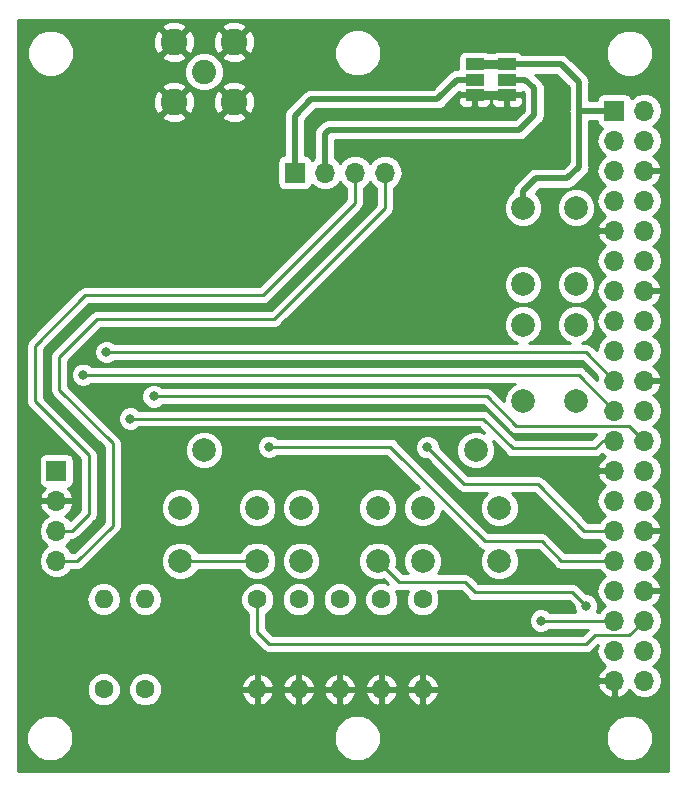
<source format=gtl>
G04 #@! TF.GenerationSoftware,KiCad,Pcbnew,(5.0.2)-1*
G04 #@! TF.CreationDate,2019-12-29T11:54:00+01:00*
G04 #@! TF.ProjectId,LoRaAPRS-GW-RPI_V20,4c6f5261-4150-4525-932d-47572d525049,rev?*
G04 #@! TF.SameCoordinates,Original*
G04 #@! TF.FileFunction,Copper,L1,Top*
G04 #@! TF.FilePolarity,Positive*
%FSLAX46Y46*%
G04 Gerber Fmt 4.6, Leading zero omitted, Abs format (unit mm)*
G04 Created by KiCad (PCBNEW (5.0.2)-1) date 29.12.2019 11:54:00*
%MOMM*%
%LPD*%
G01*
G04 APERTURE LIST*
G04 #@! TA.AperFunction,ComponentPad*
%ADD10C,2.050000*%
G04 #@! TD*
G04 #@! TA.AperFunction,ComponentPad*
%ADD11C,2.250000*%
G04 #@! TD*
G04 #@! TA.AperFunction,ComponentPad*
%ADD12C,2.000000*%
G04 #@! TD*
G04 #@! TA.AperFunction,ComponentPad*
%ADD13R,1.700000X1.700000*%
G04 #@! TD*
G04 #@! TA.AperFunction,ComponentPad*
%ADD14O,1.700000X1.700000*%
G04 #@! TD*
G04 #@! TA.AperFunction,SMDPad,CuDef*
%ADD15R,1.500000X1.000000*%
G04 #@! TD*
G04 #@! TA.AperFunction,ComponentPad*
%ADD16C,1.600000*%
G04 #@! TD*
G04 #@! TA.AperFunction,ComponentPad*
%ADD17O,1.600000X1.600000*%
G04 #@! TD*
G04 #@! TA.AperFunction,ViaPad*
%ADD18C,0.800000*%
G04 #@! TD*
G04 #@! TA.AperFunction,Conductor*
%ADD19C,0.750000*%
G04 #@! TD*
G04 #@! TA.AperFunction,Conductor*
%ADD20C,0.250000*%
G04 #@! TD*
G04 #@! TA.AperFunction,Conductor*
%ADD21C,0.500000*%
G04 #@! TD*
G04 #@! TA.AperFunction,Conductor*
%ADD22C,0.254000*%
G04 #@! TD*
G04 APERTURE END LIST*
D10*
G04 #@! TO.P,AE1,1*
G04 #@! TO.N,Net-(AE1-Pad1)*
X95950000Y-96291000D03*
D11*
G04 #@! TO.P,AE1,2*
G04 #@! TO.N,GND*
X98490000Y-93751000D03*
X93410000Y-93751000D03*
X93410000Y-98831000D03*
X98490000Y-98831000D03*
G04 #@! TD*
D12*
G04 #@! TO.P,SW4,1*
G04 #@! TO.N,+3V3*
X122950000Y-117691000D03*
G04 #@! TO.P,SW4,2*
G04 #@! TO.N,DOWN*
X127450000Y-117691000D03*
G04 #@! TO.P,SW4,1*
G04 #@! TO.N,+3V3*
X122950000Y-124191000D03*
G04 #@! TO.P,SW4,2*
G04 #@! TO.N,DOWN*
X127450000Y-124191000D03*
G04 #@! TD*
D13*
G04 #@! TO.P,J1,1*
G04 #@! TO.N,+3V3*
X130687680Y-99573080D03*
D14*
G04 #@! TO.P,J1,2*
G04 #@! TO.N,N/C*
X133227680Y-99573080D03*
G04 #@! TO.P,J1,3*
G04 #@! TO.N,SDA*
X130687680Y-102113080D03*
G04 #@! TO.P,J1,4*
G04 #@! TO.N,N/C*
X133227680Y-102113080D03*
G04 #@! TO.P,J1,5*
G04 #@! TO.N,SCL*
X130687680Y-104653080D03*
G04 #@! TO.P,J1,6*
G04 #@! TO.N,GND*
X133227680Y-104653080D03*
G04 #@! TO.P,J1,7*
G04 #@! TO.N,N/C*
X130687680Y-107193080D03*
G04 #@! TO.P,J1,8*
X133227680Y-107193080D03*
G04 #@! TO.P,J1,9*
G04 #@! TO.N,GND*
X130687680Y-109733080D03*
G04 #@! TO.P,J1,10*
G04 #@! TO.N,N/C*
X133227680Y-109733080D03*
G04 #@! TO.P,J1,11*
X130687680Y-112273080D03*
G04 #@! TO.P,J1,12*
X133227680Y-112273080D03*
G04 #@! TO.P,J1,13*
X130687680Y-114813080D03*
G04 #@! TO.P,J1,14*
G04 #@! TO.N,GND*
X133227680Y-114813080D03*
G04 #@! TO.P,J1,15*
G04 #@! TO.N,N/C*
X130687680Y-117353080D03*
G04 #@! TO.P,J1,16*
X133227680Y-117353080D03*
G04 #@! TO.P,J1,17*
X130687680Y-119893080D03*
G04 #@! TO.P,J1,18*
X133227680Y-119893080D03*
G04 #@! TO.P,J1,19*
G04 #@! TO.N,MOSI*
X130687680Y-122433080D03*
G04 #@! TO.P,J1,20*
G04 #@! TO.N,GND*
X133227680Y-122433080D03*
G04 #@! TO.P,J1,21*
G04 #@! TO.N,MISO*
X130687680Y-124973080D03*
G04 #@! TO.P,J1,22*
G04 #@! TO.N,N/C*
X133227680Y-124973080D03*
G04 #@! TO.P,J1,23*
G04 #@! TO.N,SCK*
X130687680Y-127513080D03*
G04 #@! TO.P,J1,24*
G04 #@! TO.N,NSS*
X133227680Y-127513080D03*
G04 #@! TO.P,J1,25*
G04 #@! TO.N,GND*
X130687680Y-130053080D03*
G04 #@! TO.P,J1,26*
G04 #@! TO.N,N/C*
X133227680Y-130053080D03*
G04 #@! TO.P,J1,27*
X130687680Y-132593080D03*
G04 #@! TO.P,J1,28*
X133227680Y-132593080D03*
G04 #@! TO.P,J1,29*
G04 #@! TO.N,DIO0*
X130687680Y-135133080D03*
G04 #@! TO.P,J1,30*
G04 #@! TO.N,GND*
X133227680Y-135133080D03*
G04 #@! TO.P,J1,31*
G04 #@! TO.N,Reset*
X130687680Y-137673080D03*
G04 #@! TO.P,J1,32*
G04 #@! TO.N,N/C*
X133227680Y-137673080D03*
G04 #@! TO.P,J1,33*
X130687680Y-140213080D03*
G04 #@! TO.P,J1,34*
G04 #@! TO.N,GND*
X133227680Y-140213080D03*
G04 #@! TO.P,J1,35*
G04 #@! TO.N,UP*
X130687680Y-142753080D03*
G04 #@! TO.P,J1,36*
G04 #@! TO.N,T1*
X133227680Y-142753080D03*
G04 #@! TO.P,J1,37*
G04 #@! TO.N,DOWN*
X130687680Y-145293080D03*
G04 #@! TO.P,J1,38*
G04 #@! TO.N,T2*
X133227680Y-145293080D03*
G04 #@! TO.P,J1,39*
G04 #@! TO.N,GND*
X130687680Y-147833080D03*
G04 #@! TO.P,J1,40*
G04 #@! TO.N,T3*
X133227680Y-147833080D03*
G04 #@! TD*
G04 #@! TO.P,J3,4*
G04 #@! TO.N,SDA*
X83450000Y-137691000D03*
G04 #@! TO.P,J3,3*
G04 #@! TO.N,SCL*
X83450000Y-135151000D03*
G04 #@! TO.P,J3,2*
G04 #@! TO.N,GND*
X83450000Y-132611000D03*
D13*
G04 #@! TO.P,J3,1*
G04 #@! TO.N,+3V3*
X83450000Y-130071000D03*
G04 #@! TD*
D15*
G04 #@! TO.P,JP1,3*
G04 #@! TO.N,+3V3*
X118849669Y-95641882D03*
G04 #@! TO.P,JP1,2*
G04 #@! TO.N,D1*
X118849669Y-96941882D03*
G04 #@! TO.P,JP1,1*
G04 #@! TO.N,GND*
X118849669Y-98241882D03*
G04 #@! TD*
G04 #@! TO.P,JP2,1*
G04 #@! TO.N,+3V3*
X121599669Y-95641882D03*
G04 #@! TO.P,JP2,2*
G04 #@! TO.N,D2*
X121599669Y-96941882D03*
G04 #@! TO.P,JP2,3*
G04 #@! TO.N,GND*
X121599669Y-98241882D03*
G04 #@! TD*
D12*
G04 #@! TO.P,SW2,2*
G04 #@! TO.N,T2*
X104160000Y-137691000D03*
G04 #@! TO.P,SW2,1*
G04 #@! TO.N,+3V3*
X104160000Y-133191000D03*
G04 #@! TO.P,SW2,2*
G04 #@! TO.N,T2*
X110660000Y-137691000D03*
G04 #@! TO.P,SW2,1*
G04 #@! TO.N,+3V3*
X110660000Y-133191000D03*
G04 #@! TD*
G04 #@! TO.P,SW5,2*
G04 #@! TO.N,UP*
X127450000Y-114291000D03*
G04 #@! TO.P,SW5,1*
G04 #@! TO.N,+3V3*
X122950000Y-114291000D03*
G04 #@! TO.P,SW5,2*
G04 #@! TO.N,UP*
X127450000Y-107791000D03*
G04 #@! TO.P,SW5,1*
G04 #@! TO.N,+3V3*
X122950000Y-107791000D03*
G04 #@! TD*
D16*
G04 #@! TO.P,R2,1*
G04 #@! TO.N,T2*
X103950000Y-140941000D03*
D17*
G04 #@! TO.P,R2,2*
G04 #@! TO.N,GND*
X103950000Y-148561000D03*
G04 #@! TD*
G04 #@! TO.P,R4,2*
G04 #@! TO.N,GND*
X110950000Y-148561000D03*
D16*
G04 #@! TO.P,R4,1*
G04 #@! TO.N,DOWN*
X110950000Y-140941000D03*
G04 #@! TD*
G04 #@! TO.P,R5,1*
G04 #@! TO.N,UP*
X114450000Y-140941000D03*
D17*
G04 #@! TO.P,R5,2*
G04 #@! TO.N,GND*
X114450000Y-148561000D03*
G04 #@! TD*
G04 #@! TO.P,R1,2*
G04 #@! TO.N,GND*
X100450000Y-148561000D03*
D16*
G04 #@! TO.P,R1,1*
G04 #@! TO.N,T1*
X100450000Y-140941000D03*
G04 #@! TD*
G04 #@! TO.P,R3,1*
G04 #@! TO.N,T3*
X107450000Y-140941000D03*
D17*
G04 #@! TO.P,R3,2*
G04 #@! TO.N,GND*
X107450000Y-148561000D03*
G04 #@! TD*
D12*
G04 #@! TO.P,SW1,1*
G04 #@! TO.N,+3V3*
X100450000Y-133191000D03*
G04 #@! TO.P,SW1,2*
G04 #@! TO.N,T1*
X100450000Y-137691000D03*
G04 #@! TO.P,SW1,1*
G04 #@! TO.N,+3V3*
X93950000Y-133191000D03*
G04 #@! TO.P,SW1,2*
G04 #@! TO.N,T1*
X93950000Y-137691000D03*
G04 #@! TD*
G04 #@! TO.P,SW3,2*
G04 #@! TO.N,T3*
X114450000Y-137691000D03*
G04 #@! TO.P,SW3,1*
G04 #@! TO.N,+3V3*
X114450000Y-133191000D03*
G04 #@! TO.P,SW3,2*
G04 #@! TO.N,T3*
X120950000Y-137691000D03*
G04 #@! TO.P,SW3,1*
G04 #@! TO.N,+3V3*
X120950000Y-133191000D03*
G04 #@! TD*
G04 #@! TO.P,J2,6*
G04 #@! TO.N,N/C*
X118950000Y-128312857D03*
G04 #@! TO.P,J2,5*
X95950000Y-128312857D03*
D14*
G04 #@! TO.P,J2,4*
G04 #@! TO.N,SDA*
X111260000Y-104812857D03*
G04 #@! TO.P,J2,3*
G04 #@! TO.N,SCL*
X108720000Y-104812857D03*
G04 #@! TO.P,J2,2*
G04 #@! TO.N,D2*
X106180000Y-104812857D03*
D13*
G04 #@! TO.P,J2,1*
G04 #@! TO.N,D1*
X103640000Y-104812857D03*
G04 #@! TD*
D16*
G04 #@! TO.P,R6,1*
G04 #@! TO.N,+3V3*
X87450000Y-148561000D03*
D17*
G04 #@! TO.P,R6,2*
G04 #@! TO.N,SDA*
X87450000Y-140941000D03*
G04 #@! TD*
G04 #@! TO.P,R7,2*
G04 #@! TO.N,SCL*
X90950000Y-140941000D03*
D16*
G04 #@! TO.P,R7,1*
G04 #@! TO.N,+3V3*
X90950000Y-148561000D03*
G04 #@! TD*
D18*
G04 #@! TO.N,GND*
X104880000Y-102227000D03*
X113262000Y-105021000D03*
X110950000Y-142973000D03*
X109990000Y-106336857D03*
G04 #@! TO.N,DIO0*
X114855600Y-128066000D03*
G04 #@! TO.N,Reset*
X101450000Y-128041000D03*
G04 #@! TO.N,MOSI*
X87687680Y-120013080D03*
G04 #@! TO.N,MISO*
X85705600Y-121941000D03*
G04 #@! TO.N,SCK*
X89699669Y-125641882D03*
G04 #@! TO.N,NSS*
X91687680Y-123763080D03*
G04 #@! TO.N,T2*
X128270000Y-141491000D03*
G04 #@! TO.N,UP*
X124470000Y-142753080D03*
G04 #@! TD*
D19*
G04 #@! TO.N,GND*
X118849669Y-98241882D02*
X120225000Y-98241882D01*
X120225000Y-98241882D02*
X121599669Y-98241882D01*
D20*
X120225000Y-98241882D02*
X120225000Y-99191000D01*
D21*
G04 #@! TO.N,+3V3*
X130687680Y-99573080D02*
X127700000Y-99573080D01*
X127700000Y-104305400D02*
X127700000Y-99573080D01*
X124035787Y-105291000D02*
X126714400Y-105291000D01*
X122950000Y-106376787D02*
X124035787Y-105291000D01*
X122950000Y-107791000D02*
X122950000Y-106376787D01*
X126714400Y-105291000D02*
X127700000Y-104305400D01*
X126157669Y-95641882D02*
X121599669Y-95641882D01*
X127700000Y-99573080D02*
X127700000Y-97184213D01*
X127700000Y-97184213D02*
X126157669Y-95641882D01*
D19*
X118849669Y-95641882D02*
X121599669Y-95641882D01*
D20*
G04 #@! TO.N,SDA*
X85229338Y-137691000D02*
X83450000Y-137691000D01*
X88213669Y-134706669D02*
X85229338Y-137691000D01*
X111260000Y-107841000D02*
X101910000Y-117191000D01*
X88213669Y-127722669D02*
X88213669Y-134706669D01*
X111260000Y-104812857D02*
X111260000Y-107841000D01*
X101910000Y-117191000D02*
X86910000Y-117191000D01*
X86910000Y-117191000D02*
X83681669Y-120419331D01*
X83681669Y-120419331D02*
X83681669Y-123190669D01*
X83681669Y-123190669D02*
X88213669Y-127722669D01*
G04 #@! TO.N,SCL*
X108720000Y-107381000D02*
X108720000Y-104812857D01*
X85910000Y-115191000D02*
X100910000Y-115191000D01*
X84769338Y-135151000D02*
X86181669Y-133738669D01*
X100910000Y-115191000D02*
X108720000Y-107381000D01*
X83450000Y-135151000D02*
X84769338Y-135151000D01*
X86181669Y-133738669D02*
X86181669Y-128738669D01*
X86181669Y-128738669D02*
X81640000Y-124197000D01*
X81640000Y-124197000D02*
X81640000Y-119461000D01*
X81640000Y-119461000D02*
X85910000Y-115191000D01*
G04 #@! TO.N,DIO0*
X117980600Y-131191000D02*
X114855600Y-128066000D01*
X124205600Y-131191000D02*
X117980600Y-131191000D01*
X130687680Y-135133080D02*
X128147680Y-135133080D01*
X128147680Y-135133080D02*
X124205600Y-131191000D01*
G04 #@! TO.N,Reset*
X111705600Y-128041000D02*
X111705600Y-128041000D01*
X111705600Y-128041000D02*
X101450000Y-128041000D01*
X119705600Y-136041000D02*
X111705600Y-128041000D01*
X124555600Y-136041000D02*
X119705600Y-136041000D01*
X130687680Y-137673080D02*
X126187680Y-137673080D01*
X126187680Y-137673080D02*
X124555600Y-136041000D01*
D21*
G04 #@! TO.N,D1*
X103640000Y-99986857D02*
X103640000Y-104812857D01*
X105035857Y-98591000D02*
X103640000Y-99986857D01*
X115676551Y-98591000D02*
X105035857Y-98591000D01*
X118849669Y-96941882D02*
X117325669Y-96941882D01*
X117325669Y-96941882D02*
X115676551Y-98591000D01*
G04 #@! TO.N,D2*
X106180000Y-101510857D02*
X106180000Y-104812857D01*
X123150882Y-96941882D02*
X123900000Y-97691000D01*
X121599669Y-96941882D02*
X123150882Y-96941882D01*
X123900000Y-97691000D02*
X123900000Y-99941000D01*
X123900000Y-99941000D02*
X122650000Y-101191000D01*
X122650000Y-101191000D02*
X106499857Y-101191000D01*
X106499857Y-101191000D02*
X106180000Y-101510857D01*
D20*
G04 #@! TO.N,MOSI*
X128267680Y-120013080D02*
X87687680Y-120013080D01*
X130687680Y-122433080D02*
X128267680Y-120013080D01*
X87687680Y-120013080D02*
X87687680Y-120013080D01*
G04 #@! TO.N,MISO*
X127655600Y-121941000D02*
X85705600Y-121941000D01*
X130687680Y-124973080D02*
X127655600Y-121941000D01*
G04 #@! TO.N,SCK*
X129687680Y-127513080D02*
X130687680Y-127513080D01*
X129027680Y-128173080D02*
X129687680Y-127513080D01*
X122082080Y-128173080D02*
X129027680Y-128173080D01*
X89699669Y-125641882D02*
X119550882Y-125641882D01*
X119550882Y-125641882D02*
X122082080Y-128173080D01*
G04 #@! TO.N,NSS*
X131947680Y-126233080D02*
X133227680Y-127513080D01*
X122342080Y-126233080D02*
X131947680Y-126233080D01*
X91687680Y-123763080D02*
X119872080Y-123763080D01*
X119872080Y-123763080D02*
X122342080Y-126233080D01*
G04 #@! TO.N,T2*
X111659999Y-138690999D02*
X110660000Y-137691000D01*
X112460000Y-139491000D02*
X111659999Y-138690999D01*
X118005600Y-139491000D02*
X112460000Y-139491000D01*
X118867680Y-140353080D02*
X118005600Y-139491000D01*
X128270000Y-141491000D02*
X127132080Y-140353080D01*
X127132080Y-140353080D02*
X118867680Y-140353080D01*
G04 #@! TO.N,T1*
X93950000Y-137691000D02*
X100450000Y-137691000D01*
X100450000Y-143731000D02*
X100450000Y-140941000D01*
X101470000Y-144751000D02*
X100450000Y-143731000D01*
X128272080Y-144751000D02*
X101470000Y-144751000D01*
X129012080Y-144011000D02*
X128272080Y-144751000D01*
X133227680Y-142753080D02*
X131969760Y-144011000D01*
X131969760Y-144011000D02*
X129012080Y-144011000D01*
G04 #@! TO.N,UP*
X130687680Y-142753080D02*
X124470000Y-142753080D01*
G04 #@! TD*
D22*
G04 #@! TO.N,GND*
G36*
X135215001Y-155456000D02*
X80185000Y-155456000D01*
X80185000Y-152296159D01*
X80917800Y-152296159D01*
X80917800Y-153085841D01*
X81219999Y-153815412D01*
X81778388Y-154373801D01*
X82507959Y-154676000D01*
X83297641Y-154676000D01*
X84027212Y-154373801D01*
X84585601Y-153815412D01*
X84887800Y-153085841D01*
X84887800Y-152296159D01*
X106924000Y-152296159D01*
X106924000Y-153085841D01*
X107226199Y-153815412D01*
X107784588Y-154373801D01*
X108514159Y-154676000D01*
X109303841Y-154676000D01*
X110033412Y-154373801D01*
X110591801Y-153815412D01*
X110894000Y-153085841D01*
X110894000Y-152296159D01*
X129965000Y-152296159D01*
X129965000Y-153085841D01*
X130267199Y-153815412D01*
X130825588Y-154373801D01*
X131555159Y-154676000D01*
X132344841Y-154676000D01*
X133074412Y-154373801D01*
X133632801Y-153815412D01*
X133935000Y-153085841D01*
X133935000Y-152296159D01*
X133632801Y-151566588D01*
X133074412Y-151008199D01*
X132344841Y-150706000D01*
X131555159Y-150706000D01*
X130825588Y-151008199D01*
X130267199Y-151566588D01*
X129965000Y-152296159D01*
X110894000Y-152296159D01*
X110591801Y-151566588D01*
X110033412Y-151008199D01*
X109303841Y-150706000D01*
X108514159Y-150706000D01*
X107784588Y-151008199D01*
X107226199Y-151566588D01*
X106924000Y-152296159D01*
X84887800Y-152296159D01*
X84585601Y-151566588D01*
X84027212Y-151008199D01*
X83297641Y-150706000D01*
X82507959Y-150706000D01*
X81778388Y-151008199D01*
X81219999Y-151566588D01*
X80917800Y-152296159D01*
X80185000Y-152296159D01*
X80185000Y-148275561D01*
X86015000Y-148275561D01*
X86015000Y-148846439D01*
X86233466Y-149373862D01*
X86637138Y-149777534D01*
X87164561Y-149996000D01*
X87735439Y-149996000D01*
X88262862Y-149777534D01*
X88666534Y-149373862D01*
X88885000Y-148846439D01*
X88885000Y-148275561D01*
X89515000Y-148275561D01*
X89515000Y-148846439D01*
X89733466Y-149373862D01*
X90137138Y-149777534D01*
X90664561Y-149996000D01*
X91235439Y-149996000D01*
X91762862Y-149777534D01*
X92166534Y-149373862D01*
X92358655Y-148910041D01*
X99058086Y-148910041D01*
X99297611Y-149416134D01*
X99712577Y-149792041D01*
X100100961Y-149952904D01*
X100323000Y-149830915D01*
X100323000Y-148688000D01*
X100577000Y-148688000D01*
X100577000Y-149830915D01*
X100799039Y-149952904D01*
X101187423Y-149792041D01*
X101602389Y-149416134D01*
X101841914Y-148910041D01*
X102558086Y-148910041D01*
X102797611Y-149416134D01*
X103212577Y-149792041D01*
X103600961Y-149952904D01*
X103823000Y-149830915D01*
X103823000Y-148688000D01*
X104077000Y-148688000D01*
X104077000Y-149830915D01*
X104299039Y-149952904D01*
X104687423Y-149792041D01*
X105102389Y-149416134D01*
X105341914Y-148910041D01*
X106058086Y-148910041D01*
X106297611Y-149416134D01*
X106712577Y-149792041D01*
X107100961Y-149952904D01*
X107323000Y-149830915D01*
X107323000Y-148688000D01*
X107577000Y-148688000D01*
X107577000Y-149830915D01*
X107799039Y-149952904D01*
X108187423Y-149792041D01*
X108602389Y-149416134D01*
X108841914Y-148910041D01*
X109558086Y-148910041D01*
X109797611Y-149416134D01*
X110212577Y-149792041D01*
X110600961Y-149952904D01*
X110823000Y-149830915D01*
X110823000Y-148688000D01*
X111077000Y-148688000D01*
X111077000Y-149830915D01*
X111299039Y-149952904D01*
X111687423Y-149792041D01*
X112102389Y-149416134D01*
X112341914Y-148910041D01*
X113058086Y-148910041D01*
X113297611Y-149416134D01*
X113712577Y-149792041D01*
X114100961Y-149952904D01*
X114323000Y-149830915D01*
X114323000Y-148688000D01*
X114577000Y-148688000D01*
X114577000Y-149830915D01*
X114799039Y-149952904D01*
X115187423Y-149792041D01*
X115602389Y-149416134D01*
X115841914Y-148910041D01*
X115720629Y-148688000D01*
X114577000Y-148688000D01*
X114323000Y-148688000D01*
X113179371Y-148688000D01*
X113058086Y-148910041D01*
X112341914Y-148910041D01*
X112220629Y-148688000D01*
X111077000Y-148688000D01*
X110823000Y-148688000D01*
X109679371Y-148688000D01*
X109558086Y-148910041D01*
X108841914Y-148910041D01*
X108720629Y-148688000D01*
X107577000Y-148688000D01*
X107323000Y-148688000D01*
X106179371Y-148688000D01*
X106058086Y-148910041D01*
X105341914Y-148910041D01*
X105220629Y-148688000D01*
X104077000Y-148688000D01*
X103823000Y-148688000D01*
X102679371Y-148688000D01*
X102558086Y-148910041D01*
X101841914Y-148910041D01*
X101720629Y-148688000D01*
X100577000Y-148688000D01*
X100323000Y-148688000D01*
X99179371Y-148688000D01*
X99058086Y-148910041D01*
X92358655Y-148910041D01*
X92385000Y-148846439D01*
X92385000Y-148275561D01*
X92358656Y-148211959D01*
X99058086Y-148211959D01*
X99179371Y-148434000D01*
X100323000Y-148434000D01*
X100323000Y-147291085D01*
X100577000Y-147291085D01*
X100577000Y-148434000D01*
X101720629Y-148434000D01*
X101841914Y-148211959D01*
X102558086Y-148211959D01*
X102679371Y-148434000D01*
X103823000Y-148434000D01*
X103823000Y-147291085D01*
X104077000Y-147291085D01*
X104077000Y-148434000D01*
X105220629Y-148434000D01*
X105341914Y-148211959D01*
X106058086Y-148211959D01*
X106179371Y-148434000D01*
X107323000Y-148434000D01*
X107323000Y-147291085D01*
X107577000Y-147291085D01*
X107577000Y-148434000D01*
X108720629Y-148434000D01*
X108841914Y-148211959D01*
X109558086Y-148211959D01*
X109679371Y-148434000D01*
X110823000Y-148434000D01*
X110823000Y-147291085D01*
X111077000Y-147291085D01*
X111077000Y-148434000D01*
X112220629Y-148434000D01*
X112341914Y-148211959D01*
X113058086Y-148211959D01*
X113179371Y-148434000D01*
X114323000Y-148434000D01*
X114323000Y-147291085D01*
X114577000Y-147291085D01*
X114577000Y-148434000D01*
X115720629Y-148434000D01*
X115841914Y-148211959D01*
X115831507Y-148189970D01*
X129246204Y-148189970D01*
X129416035Y-148600004D01*
X129806322Y-149028263D01*
X130330788Y-149274566D01*
X130560680Y-149153899D01*
X130560680Y-147960080D01*
X129367525Y-147960080D01*
X129246204Y-148189970D01*
X115831507Y-148189970D01*
X115602389Y-147705866D01*
X115187423Y-147329959D01*
X114799039Y-147169096D01*
X114577000Y-147291085D01*
X114323000Y-147291085D01*
X114100961Y-147169096D01*
X113712577Y-147329959D01*
X113297611Y-147705866D01*
X113058086Y-148211959D01*
X112341914Y-148211959D01*
X112102389Y-147705866D01*
X111687423Y-147329959D01*
X111299039Y-147169096D01*
X111077000Y-147291085D01*
X110823000Y-147291085D01*
X110600961Y-147169096D01*
X110212577Y-147329959D01*
X109797611Y-147705866D01*
X109558086Y-148211959D01*
X108841914Y-148211959D01*
X108602389Y-147705866D01*
X108187423Y-147329959D01*
X107799039Y-147169096D01*
X107577000Y-147291085D01*
X107323000Y-147291085D01*
X107100961Y-147169096D01*
X106712577Y-147329959D01*
X106297611Y-147705866D01*
X106058086Y-148211959D01*
X105341914Y-148211959D01*
X105102389Y-147705866D01*
X104687423Y-147329959D01*
X104299039Y-147169096D01*
X104077000Y-147291085D01*
X103823000Y-147291085D01*
X103600961Y-147169096D01*
X103212577Y-147329959D01*
X102797611Y-147705866D01*
X102558086Y-148211959D01*
X101841914Y-148211959D01*
X101602389Y-147705866D01*
X101187423Y-147329959D01*
X100799039Y-147169096D01*
X100577000Y-147291085D01*
X100323000Y-147291085D01*
X100100961Y-147169096D01*
X99712577Y-147329959D01*
X99297611Y-147705866D01*
X99058086Y-148211959D01*
X92358656Y-148211959D01*
X92166534Y-147748138D01*
X91762862Y-147344466D01*
X91235439Y-147126000D01*
X90664561Y-147126000D01*
X90137138Y-147344466D01*
X89733466Y-147748138D01*
X89515000Y-148275561D01*
X88885000Y-148275561D01*
X88666534Y-147748138D01*
X88262862Y-147344466D01*
X87735439Y-147126000D01*
X87164561Y-147126000D01*
X86637138Y-147344466D01*
X86233466Y-147748138D01*
X86015000Y-148275561D01*
X80185000Y-148275561D01*
X80185000Y-140941000D01*
X85986887Y-140941000D01*
X86098260Y-141500909D01*
X86415423Y-141975577D01*
X86890091Y-142292740D01*
X87308667Y-142376000D01*
X87591333Y-142376000D01*
X88009909Y-142292740D01*
X88484577Y-141975577D01*
X88801740Y-141500909D01*
X88913113Y-140941000D01*
X89486887Y-140941000D01*
X89598260Y-141500909D01*
X89915423Y-141975577D01*
X90390091Y-142292740D01*
X90808667Y-142376000D01*
X91091333Y-142376000D01*
X91509909Y-142292740D01*
X91984577Y-141975577D01*
X92301740Y-141500909D01*
X92413113Y-140941000D01*
X92301740Y-140381091D01*
X91984577Y-139906423D01*
X91509909Y-139589260D01*
X91091333Y-139506000D01*
X90808667Y-139506000D01*
X90390091Y-139589260D01*
X89915423Y-139906423D01*
X89598260Y-140381091D01*
X89486887Y-140941000D01*
X88913113Y-140941000D01*
X88801740Y-140381091D01*
X88484577Y-139906423D01*
X88009909Y-139589260D01*
X87591333Y-139506000D01*
X87308667Y-139506000D01*
X86890091Y-139589260D01*
X86415423Y-139906423D01*
X86098260Y-140381091D01*
X85986887Y-140941000D01*
X80185000Y-140941000D01*
X80185000Y-129221000D01*
X81952560Y-129221000D01*
X81952560Y-130921000D01*
X82001843Y-131168765D01*
X82142191Y-131378809D01*
X82352235Y-131519157D01*
X82455708Y-131539739D01*
X82178355Y-131844076D01*
X82008524Y-132254110D01*
X82129845Y-132484000D01*
X83323000Y-132484000D01*
X83323000Y-132464000D01*
X83577000Y-132464000D01*
X83577000Y-132484000D01*
X84770155Y-132484000D01*
X84891476Y-132254110D01*
X84721645Y-131844076D01*
X84444292Y-131539739D01*
X84547765Y-131519157D01*
X84757809Y-131378809D01*
X84898157Y-131168765D01*
X84947440Y-130921000D01*
X84947440Y-129221000D01*
X84898157Y-128973235D01*
X84757809Y-128763191D01*
X84547765Y-128622843D01*
X84300000Y-128573560D01*
X82600000Y-128573560D01*
X82352235Y-128622843D01*
X82142191Y-128763191D01*
X82001843Y-128973235D01*
X81952560Y-129221000D01*
X80185000Y-129221000D01*
X80185000Y-119461000D01*
X80865112Y-119461000D01*
X80880001Y-119535852D01*
X80880000Y-124122153D01*
X80865112Y-124197000D01*
X80880000Y-124271847D01*
X80880000Y-124271851D01*
X80924096Y-124493536D01*
X81092071Y-124744929D01*
X81155530Y-124787331D01*
X85421670Y-129053472D01*
X85421669Y-133423867D01*
X84618573Y-134226964D01*
X84520625Y-134080375D01*
X84201522Y-133867157D01*
X84331358Y-133806183D01*
X84721645Y-133377924D01*
X84891476Y-132967890D01*
X84770155Y-132738000D01*
X83577000Y-132738000D01*
X83577000Y-132758000D01*
X83323000Y-132758000D01*
X83323000Y-132738000D01*
X82129845Y-132738000D01*
X82008524Y-132967890D01*
X82178355Y-133377924D01*
X82568642Y-133806183D01*
X82698478Y-133867157D01*
X82379375Y-134080375D01*
X82051161Y-134571582D01*
X81935908Y-135151000D01*
X82051161Y-135730418D01*
X82379375Y-136221625D01*
X82677761Y-136421000D01*
X82379375Y-136620375D01*
X82051161Y-137111582D01*
X81935908Y-137691000D01*
X82051161Y-138270418D01*
X82379375Y-138761625D01*
X82870582Y-139089839D01*
X83303744Y-139176000D01*
X83596256Y-139176000D01*
X84029418Y-139089839D01*
X84520625Y-138761625D01*
X84728178Y-138451000D01*
X85154491Y-138451000D01*
X85229338Y-138465888D01*
X85304185Y-138451000D01*
X85304190Y-138451000D01*
X85525875Y-138406904D01*
X85777267Y-138238929D01*
X85819669Y-138175470D01*
X86629361Y-137365778D01*
X92315000Y-137365778D01*
X92315000Y-138016222D01*
X92563914Y-138617153D01*
X93023847Y-139077086D01*
X93624778Y-139326000D01*
X94275222Y-139326000D01*
X94876153Y-139077086D01*
X95336086Y-138617153D01*
X95404909Y-138451000D01*
X98995091Y-138451000D01*
X99063914Y-138617153D01*
X99523847Y-139077086D01*
X100124778Y-139326000D01*
X100775222Y-139326000D01*
X101376153Y-139077086D01*
X101836086Y-138617153D01*
X102085000Y-138016222D01*
X102085000Y-137365778D01*
X102525000Y-137365778D01*
X102525000Y-138016222D01*
X102773914Y-138617153D01*
X103233847Y-139077086D01*
X103834778Y-139326000D01*
X104485222Y-139326000D01*
X105086153Y-139077086D01*
X105546086Y-138617153D01*
X105795000Y-138016222D01*
X105795000Y-137365778D01*
X105546086Y-136764847D01*
X105086153Y-136304914D01*
X104485222Y-136056000D01*
X103834778Y-136056000D01*
X103233847Y-136304914D01*
X102773914Y-136764847D01*
X102525000Y-137365778D01*
X102085000Y-137365778D01*
X101836086Y-136764847D01*
X101376153Y-136304914D01*
X100775222Y-136056000D01*
X100124778Y-136056000D01*
X99523847Y-136304914D01*
X99063914Y-136764847D01*
X98995091Y-136931000D01*
X95404909Y-136931000D01*
X95336086Y-136764847D01*
X94876153Y-136304914D01*
X94275222Y-136056000D01*
X93624778Y-136056000D01*
X93023847Y-136304914D01*
X92563914Y-136764847D01*
X92315000Y-137365778D01*
X86629361Y-137365778D01*
X88698145Y-135296996D01*
X88761598Y-135254598D01*
X88803996Y-135191145D01*
X88803998Y-135191143D01*
X88887771Y-135065767D01*
X88929573Y-135003206D01*
X88973669Y-134781521D01*
X88973669Y-134781517D01*
X88988557Y-134706670D01*
X88973669Y-134631823D01*
X88973669Y-132865778D01*
X92315000Y-132865778D01*
X92315000Y-133516222D01*
X92563914Y-134117153D01*
X93023847Y-134577086D01*
X93624778Y-134826000D01*
X94275222Y-134826000D01*
X94876153Y-134577086D01*
X95336086Y-134117153D01*
X95585000Y-133516222D01*
X95585000Y-132865778D01*
X98815000Y-132865778D01*
X98815000Y-133516222D01*
X99063914Y-134117153D01*
X99523847Y-134577086D01*
X100124778Y-134826000D01*
X100775222Y-134826000D01*
X101376153Y-134577086D01*
X101836086Y-134117153D01*
X102085000Y-133516222D01*
X102085000Y-132865778D01*
X102525000Y-132865778D01*
X102525000Y-133516222D01*
X102773914Y-134117153D01*
X103233847Y-134577086D01*
X103834778Y-134826000D01*
X104485222Y-134826000D01*
X105086153Y-134577086D01*
X105546086Y-134117153D01*
X105795000Y-133516222D01*
X105795000Y-132865778D01*
X109025000Y-132865778D01*
X109025000Y-133516222D01*
X109273914Y-134117153D01*
X109733847Y-134577086D01*
X110334778Y-134826000D01*
X110985222Y-134826000D01*
X111586153Y-134577086D01*
X112046086Y-134117153D01*
X112295000Y-133516222D01*
X112295000Y-132865778D01*
X112046086Y-132264847D01*
X111586153Y-131804914D01*
X110985222Y-131556000D01*
X110334778Y-131556000D01*
X109733847Y-131804914D01*
X109273914Y-132264847D01*
X109025000Y-132865778D01*
X105795000Y-132865778D01*
X105546086Y-132264847D01*
X105086153Y-131804914D01*
X104485222Y-131556000D01*
X103834778Y-131556000D01*
X103233847Y-131804914D01*
X102773914Y-132264847D01*
X102525000Y-132865778D01*
X102085000Y-132865778D01*
X101836086Y-132264847D01*
X101376153Y-131804914D01*
X100775222Y-131556000D01*
X100124778Y-131556000D01*
X99523847Y-131804914D01*
X99063914Y-132264847D01*
X98815000Y-132865778D01*
X95585000Y-132865778D01*
X95336086Y-132264847D01*
X94876153Y-131804914D01*
X94275222Y-131556000D01*
X93624778Y-131556000D01*
X93023847Y-131804914D01*
X92563914Y-132264847D01*
X92315000Y-132865778D01*
X88973669Y-132865778D01*
X88973669Y-127987635D01*
X94315000Y-127987635D01*
X94315000Y-128638079D01*
X94563914Y-129239010D01*
X95023847Y-129698943D01*
X95624778Y-129947857D01*
X96275222Y-129947857D01*
X96876153Y-129698943D01*
X97336086Y-129239010D01*
X97585000Y-128638079D01*
X97585000Y-127987635D01*
X97336086Y-127386704D01*
X96876153Y-126926771D01*
X96275222Y-126677857D01*
X95624778Y-126677857D01*
X95023847Y-126926771D01*
X94563914Y-127386704D01*
X94315000Y-127987635D01*
X88973669Y-127987635D01*
X88973669Y-127797516D01*
X88988557Y-127722669D01*
X88973669Y-127647822D01*
X88973669Y-127647817D01*
X88929573Y-127426132D01*
X88761598Y-127174740D01*
X88698142Y-127132340D01*
X84441669Y-122875868D01*
X84441669Y-120734132D01*
X87224803Y-117951000D01*
X101835153Y-117951000D01*
X101910000Y-117965888D01*
X101984847Y-117951000D01*
X101984852Y-117951000D01*
X102206537Y-117906904D01*
X102457929Y-117738929D01*
X102500331Y-117675470D01*
X106210023Y-113965778D01*
X121315000Y-113965778D01*
X121315000Y-114616222D01*
X121563914Y-115217153D01*
X122023847Y-115677086D01*
X122624778Y-115926000D01*
X123275222Y-115926000D01*
X123876153Y-115677086D01*
X124336086Y-115217153D01*
X124585000Y-114616222D01*
X124585000Y-113965778D01*
X125815000Y-113965778D01*
X125815000Y-114616222D01*
X126063914Y-115217153D01*
X126523847Y-115677086D01*
X127124778Y-115926000D01*
X127775222Y-115926000D01*
X128376153Y-115677086D01*
X128836086Y-115217153D01*
X129085000Y-114616222D01*
X129085000Y-113965778D01*
X128836086Y-113364847D01*
X128376153Y-112904914D01*
X127775222Y-112656000D01*
X127124778Y-112656000D01*
X126523847Y-112904914D01*
X126063914Y-113364847D01*
X125815000Y-113965778D01*
X124585000Y-113965778D01*
X124336086Y-113364847D01*
X123876153Y-112904914D01*
X123275222Y-112656000D01*
X122624778Y-112656000D01*
X122023847Y-112904914D01*
X121563914Y-113364847D01*
X121315000Y-113965778D01*
X106210023Y-113965778D01*
X111744473Y-108431329D01*
X111807929Y-108388929D01*
X111891601Y-108263705D01*
X111975904Y-108137538D01*
X111985480Y-108089395D01*
X112020000Y-107915852D01*
X112020000Y-107915848D01*
X112034888Y-107841000D01*
X112020000Y-107766152D01*
X112020000Y-106091035D01*
X112330625Y-105883482D01*
X112658839Y-105392275D01*
X112774092Y-104812857D01*
X112658839Y-104233439D01*
X112330625Y-103742232D01*
X111839418Y-103414018D01*
X111406256Y-103327857D01*
X111113744Y-103327857D01*
X110680582Y-103414018D01*
X110189375Y-103742232D01*
X109990000Y-104040618D01*
X109790625Y-103742232D01*
X109299418Y-103414018D01*
X108866256Y-103327857D01*
X108573744Y-103327857D01*
X108140582Y-103414018D01*
X107649375Y-103742232D01*
X107450000Y-104040618D01*
X107250625Y-103742232D01*
X107065000Y-103618201D01*
X107065000Y-102076000D01*
X122562839Y-102076000D01*
X122650000Y-102093337D01*
X122737161Y-102076000D01*
X122737165Y-102076000D01*
X122995310Y-102024652D01*
X123288049Y-101829049D01*
X123337425Y-101755153D01*
X124464156Y-100628423D01*
X124538049Y-100579049D01*
X124607294Y-100475418D01*
X124733652Y-100286310D01*
X124748606Y-100211129D01*
X124785000Y-100028165D01*
X124785000Y-100028161D01*
X124802337Y-99941000D01*
X124785000Y-99853839D01*
X124785000Y-97778161D01*
X124802337Y-97691000D01*
X124785000Y-97603839D01*
X124785000Y-97603835D01*
X124733652Y-97345690D01*
X124638680Y-97203555D01*
X124587424Y-97126845D01*
X124587423Y-97126844D01*
X124538049Y-97052951D01*
X124464156Y-97003577D01*
X123987460Y-96526882D01*
X125791091Y-96526882D01*
X126815001Y-97550793D01*
X126815000Y-99485915D01*
X126797662Y-99573080D01*
X126815001Y-99660249D01*
X126815000Y-103938821D01*
X126347822Y-104406000D01*
X124122948Y-104406000D01*
X124035787Y-104388663D01*
X123948626Y-104406000D01*
X123948622Y-104406000D01*
X123690477Y-104457348D01*
X123471632Y-104603576D01*
X123471631Y-104603577D01*
X123397738Y-104652951D01*
X123348364Y-104726844D01*
X122385845Y-105689364D01*
X122311952Y-105738738D01*
X122262578Y-105812631D01*
X122262576Y-105812633D01*
X122116348Y-106031478D01*
X122047663Y-106376787D01*
X122051019Y-106393659D01*
X122023847Y-106404914D01*
X121563914Y-106864847D01*
X121315000Y-107465778D01*
X121315000Y-108116222D01*
X121563914Y-108717153D01*
X122023847Y-109177086D01*
X122624778Y-109426000D01*
X123275222Y-109426000D01*
X123876153Y-109177086D01*
X124336086Y-108717153D01*
X124585000Y-108116222D01*
X124585000Y-107465778D01*
X125815000Y-107465778D01*
X125815000Y-108116222D01*
X126063914Y-108717153D01*
X126523847Y-109177086D01*
X127124778Y-109426000D01*
X127775222Y-109426000D01*
X128376153Y-109177086D01*
X128836086Y-108717153D01*
X129085000Y-108116222D01*
X129085000Y-107465778D01*
X128836086Y-106864847D01*
X128376153Y-106404914D01*
X127775222Y-106156000D01*
X127124778Y-106156000D01*
X126523847Y-106404914D01*
X126063914Y-106864847D01*
X125815000Y-107465778D01*
X124585000Y-107465778D01*
X124336086Y-106864847D01*
X124024802Y-106553563D01*
X124402366Y-106176000D01*
X126627239Y-106176000D01*
X126714400Y-106193337D01*
X126801561Y-106176000D01*
X126801565Y-106176000D01*
X127059710Y-106124652D01*
X127352449Y-105929049D01*
X127401825Y-105855153D01*
X128264156Y-104992823D01*
X128338049Y-104943449D01*
X128425309Y-104812857D01*
X128533652Y-104650710D01*
X128558442Y-104526080D01*
X128585000Y-104392565D01*
X128585000Y-104392561D01*
X128602337Y-104305400D01*
X128585000Y-104218239D01*
X128585000Y-100458080D01*
X129197202Y-100458080D01*
X129239523Y-100670845D01*
X129379871Y-100880889D01*
X129589915Y-101021237D01*
X129635299Y-101030264D01*
X129617055Y-101042455D01*
X129288841Y-101533662D01*
X129173588Y-102113080D01*
X129288841Y-102692498D01*
X129617055Y-103183705D01*
X129915441Y-103383080D01*
X129617055Y-103582455D01*
X129288841Y-104073662D01*
X129173588Y-104653080D01*
X129288841Y-105232498D01*
X129617055Y-105723705D01*
X129915441Y-105923080D01*
X129617055Y-106122455D01*
X129288841Y-106613662D01*
X129173588Y-107193080D01*
X129288841Y-107772498D01*
X129617055Y-108263705D01*
X129936158Y-108476923D01*
X129806322Y-108537897D01*
X129416035Y-108966156D01*
X129246204Y-109376190D01*
X129367525Y-109606080D01*
X130560680Y-109606080D01*
X130560680Y-109586080D01*
X130814680Y-109586080D01*
X130814680Y-109606080D01*
X130834680Y-109606080D01*
X130834680Y-109860080D01*
X130814680Y-109860080D01*
X130814680Y-109880080D01*
X130560680Y-109880080D01*
X130560680Y-109860080D01*
X129367525Y-109860080D01*
X129246204Y-110089970D01*
X129416035Y-110500004D01*
X129806322Y-110928263D01*
X129936158Y-110989237D01*
X129617055Y-111202455D01*
X129288841Y-111693662D01*
X129173588Y-112273080D01*
X129288841Y-112852498D01*
X129617055Y-113343705D01*
X129915441Y-113543080D01*
X129617055Y-113742455D01*
X129288841Y-114233662D01*
X129173588Y-114813080D01*
X129288841Y-115392498D01*
X129617055Y-115883705D01*
X129915441Y-116083080D01*
X129617055Y-116282455D01*
X129288841Y-116773662D01*
X129173588Y-117353080D01*
X129288841Y-117932498D01*
X129617055Y-118423705D01*
X129915441Y-118623080D01*
X129617055Y-118822455D01*
X129288841Y-119313662D01*
X129181700Y-119852299D01*
X128858011Y-119528610D01*
X128815609Y-119465151D01*
X128564217Y-119297176D01*
X128342532Y-119253080D01*
X128342527Y-119253080D01*
X128267680Y-119238192D01*
X128192833Y-119253080D01*
X127951266Y-119253080D01*
X128376153Y-119077086D01*
X128836086Y-118617153D01*
X129085000Y-118016222D01*
X129085000Y-117365778D01*
X128836086Y-116764847D01*
X128376153Y-116304914D01*
X127775222Y-116056000D01*
X127124778Y-116056000D01*
X126523847Y-116304914D01*
X126063914Y-116764847D01*
X125815000Y-117365778D01*
X125815000Y-118016222D01*
X126063914Y-118617153D01*
X126523847Y-119077086D01*
X126948734Y-119253080D01*
X123451266Y-119253080D01*
X123876153Y-119077086D01*
X124336086Y-118617153D01*
X124585000Y-118016222D01*
X124585000Y-117365778D01*
X124336086Y-116764847D01*
X123876153Y-116304914D01*
X123275222Y-116056000D01*
X122624778Y-116056000D01*
X122023847Y-116304914D01*
X121563914Y-116764847D01*
X121315000Y-117365778D01*
X121315000Y-118016222D01*
X121563914Y-118617153D01*
X122023847Y-119077086D01*
X122448734Y-119253080D01*
X88391391Y-119253080D01*
X88273960Y-119135649D01*
X87893554Y-118978080D01*
X87481806Y-118978080D01*
X87101400Y-119135649D01*
X86810249Y-119426800D01*
X86652680Y-119807206D01*
X86652680Y-120218954D01*
X86810249Y-120599360D01*
X87101400Y-120890511D01*
X87481806Y-121048080D01*
X87893554Y-121048080D01*
X88273960Y-120890511D01*
X88391391Y-120773080D01*
X127952879Y-120773080D01*
X129246471Y-122066672D01*
X129181700Y-122392299D01*
X128245931Y-121456530D01*
X128203529Y-121393071D01*
X127952137Y-121225096D01*
X127730452Y-121181000D01*
X127730447Y-121181000D01*
X127655600Y-121166112D01*
X127580753Y-121181000D01*
X86409311Y-121181000D01*
X86291880Y-121063569D01*
X85911474Y-120906000D01*
X85499726Y-120906000D01*
X85119320Y-121063569D01*
X84828169Y-121354720D01*
X84670600Y-121735126D01*
X84670600Y-122146874D01*
X84828169Y-122527280D01*
X85119320Y-122818431D01*
X85499726Y-122976000D01*
X85911474Y-122976000D01*
X86291880Y-122818431D01*
X86409311Y-122701000D01*
X122274717Y-122701000D01*
X122023847Y-122804914D01*
X121563914Y-123264847D01*
X121315000Y-123865778D01*
X121315000Y-124131198D01*
X120462411Y-123278610D01*
X120420009Y-123215151D01*
X120168617Y-123047176D01*
X119946932Y-123003080D01*
X119946927Y-123003080D01*
X119872080Y-122988192D01*
X119797233Y-123003080D01*
X92391391Y-123003080D01*
X92273960Y-122885649D01*
X91893554Y-122728080D01*
X91481806Y-122728080D01*
X91101400Y-122885649D01*
X90810249Y-123176800D01*
X90652680Y-123557206D01*
X90652680Y-123968954D01*
X90810249Y-124349360D01*
X91101400Y-124640511D01*
X91481806Y-124798080D01*
X91893554Y-124798080D01*
X92273960Y-124640511D01*
X92391391Y-124523080D01*
X119557279Y-124523080D01*
X121751753Y-126717556D01*
X121794151Y-126781009D01*
X121857604Y-126823407D01*
X121857606Y-126823409D01*
X121982982Y-126907182D01*
X122045543Y-126948984D01*
X122267228Y-126993080D01*
X122267232Y-126993080D01*
X122342079Y-127007968D01*
X122416926Y-126993080D01*
X129121089Y-126993080D01*
X129097352Y-127028606D01*
X128712879Y-127413080D01*
X122396882Y-127413080D01*
X120141213Y-125157412D01*
X120098811Y-125093953D01*
X119847419Y-124925978D01*
X119625734Y-124881882D01*
X119625729Y-124881882D01*
X119550882Y-124866994D01*
X119476035Y-124881882D01*
X90403380Y-124881882D01*
X90285949Y-124764451D01*
X89905543Y-124606882D01*
X89493795Y-124606882D01*
X89113389Y-124764451D01*
X88822238Y-125055602D01*
X88664669Y-125436008D01*
X88664669Y-125847756D01*
X88822238Y-126228162D01*
X89113389Y-126519313D01*
X89493795Y-126676882D01*
X89905543Y-126676882D01*
X90285949Y-126519313D01*
X90403380Y-126401882D01*
X119236081Y-126401882D01*
X119679523Y-126845324D01*
X119275222Y-126677857D01*
X118624778Y-126677857D01*
X118023847Y-126926771D01*
X117563914Y-127386704D01*
X117315000Y-127987635D01*
X117315000Y-128638079D01*
X117563914Y-129239010D01*
X118023847Y-129698943D01*
X118624778Y-129947857D01*
X119275222Y-129947857D01*
X119876153Y-129698943D01*
X120336086Y-129239010D01*
X120585000Y-128638079D01*
X120585000Y-127987635D01*
X120417533Y-127583335D01*
X121491751Y-128657553D01*
X121534151Y-128721009D01*
X121785543Y-128888984D01*
X122007228Y-128933080D01*
X122007232Y-128933080D01*
X122082080Y-128947968D01*
X122156928Y-128933080D01*
X128952833Y-128933080D01*
X129027680Y-128947968D01*
X129102527Y-128933080D01*
X129102532Y-128933080D01*
X129324217Y-128888984D01*
X129575609Y-128721009D01*
X129618011Y-128657550D01*
X129661895Y-128613666D01*
X129936158Y-128796923D01*
X129806322Y-128857897D01*
X129416035Y-129286156D01*
X129246204Y-129696190D01*
X129367525Y-129926080D01*
X130560680Y-129926080D01*
X130560680Y-129906080D01*
X130814680Y-129906080D01*
X130814680Y-129926080D01*
X130834680Y-129926080D01*
X130834680Y-130180080D01*
X130814680Y-130180080D01*
X130814680Y-130200080D01*
X130560680Y-130200080D01*
X130560680Y-130180080D01*
X129367525Y-130180080D01*
X129246204Y-130409970D01*
X129416035Y-130820004D01*
X129806322Y-131248263D01*
X129936158Y-131309237D01*
X129617055Y-131522455D01*
X129288841Y-132013662D01*
X129173588Y-132593080D01*
X129288841Y-133172498D01*
X129617055Y-133663705D01*
X129915441Y-133863080D01*
X129617055Y-134062455D01*
X129409502Y-134373080D01*
X128462482Y-134373080D01*
X124795931Y-130706530D01*
X124753529Y-130643071D01*
X124502137Y-130475096D01*
X124280452Y-130431000D01*
X124280447Y-130431000D01*
X124205600Y-130416112D01*
X124130753Y-130431000D01*
X118295403Y-130431000D01*
X115890600Y-128026199D01*
X115890600Y-127860126D01*
X115733031Y-127479720D01*
X115441880Y-127188569D01*
X115061474Y-127031000D01*
X114649726Y-127031000D01*
X114269320Y-127188569D01*
X113978169Y-127479720D01*
X113820600Y-127860126D01*
X113820600Y-128271874D01*
X113978169Y-128652280D01*
X114269320Y-128943431D01*
X114649726Y-129101000D01*
X114815799Y-129101000D01*
X117390273Y-131675476D01*
X117432671Y-131738929D01*
X117496124Y-131781327D01*
X117496126Y-131781329D01*
X117531424Y-131804914D01*
X117684063Y-131906904D01*
X117905748Y-131951000D01*
X117905752Y-131951000D01*
X117980599Y-131965888D01*
X118055446Y-131951000D01*
X119877761Y-131951000D01*
X119563914Y-132264847D01*
X119315000Y-132865778D01*
X119315000Y-133516222D01*
X119563914Y-134117153D01*
X120023847Y-134577086D01*
X120624778Y-134826000D01*
X121275222Y-134826000D01*
X121876153Y-134577086D01*
X122336086Y-134117153D01*
X122585000Y-133516222D01*
X122585000Y-132865778D01*
X122336086Y-132264847D01*
X122022239Y-131951000D01*
X123890799Y-131951000D01*
X127557351Y-135617553D01*
X127599751Y-135681009D01*
X127851143Y-135848984D01*
X128072828Y-135893080D01*
X128072833Y-135893080D01*
X128147680Y-135907968D01*
X128222527Y-135893080D01*
X129409502Y-135893080D01*
X129617055Y-136203705D01*
X129915441Y-136403080D01*
X129617055Y-136602455D01*
X129409502Y-136913080D01*
X126502482Y-136913080D01*
X125145931Y-135556530D01*
X125103529Y-135493071D01*
X124852137Y-135325096D01*
X124630452Y-135281000D01*
X124630447Y-135281000D01*
X124555600Y-135266112D01*
X124480753Y-135281000D01*
X120020403Y-135281000D01*
X112295931Y-127556530D01*
X112253529Y-127493071D01*
X112002137Y-127325096D01*
X111780452Y-127281000D01*
X111780447Y-127281000D01*
X111705600Y-127266112D01*
X111630753Y-127281000D01*
X102153711Y-127281000D01*
X102036280Y-127163569D01*
X101655874Y-127006000D01*
X101244126Y-127006000D01*
X100863720Y-127163569D01*
X100572569Y-127454720D01*
X100415000Y-127835126D01*
X100415000Y-128246874D01*
X100572569Y-128627280D01*
X100863720Y-128918431D01*
X101244126Y-129076000D01*
X101655874Y-129076000D01*
X102036280Y-128918431D01*
X102153711Y-128801000D01*
X111390799Y-128801000D01*
X114145798Y-131556000D01*
X114124778Y-131556000D01*
X113523847Y-131804914D01*
X113063914Y-132264847D01*
X112815000Y-132865778D01*
X112815000Y-133516222D01*
X113063914Y-134117153D01*
X113523847Y-134577086D01*
X114124778Y-134826000D01*
X114775222Y-134826000D01*
X115376153Y-134577086D01*
X115836086Y-134117153D01*
X116085000Y-133516222D01*
X116085000Y-133495202D01*
X119115273Y-136525476D01*
X119157671Y-136588929D01*
X119221124Y-136631327D01*
X119221126Y-136631329D01*
X119346502Y-136715102D01*
X119409063Y-136756904D01*
X119555166Y-136785966D01*
X119315000Y-137365778D01*
X119315000Y-138016222D01*
X119563914Y-138617153D01*
X120023847Y-139077086D01*
X120624778Y-139326000D01*
X121275222Y-139326000D01*
X121876153Y-139077086D01*
X122336086Y-138617153D01*
X122585000Y-138016222D01*
X122585000Y-137365778D01*
X122351061Y-136801000D01*
X124240799Y-136801000D01*
X125597351Y-138157553D01*
X125639751Y-138221009D01*
X125703207Y-138263409D01*
X125891142Y-138388984D01*
X125939285Y-138398560D01*
X126112828Y-138433080D01*
X126112832Y-138433080D01*
X126187680Y-138447968D01*
X126262528Y-138433080D01*
X129409502Y-138433080D01*
X129617055Y-138743705D01*
X129915441Y-138943080D01*
X129617055Y-139142455D01*
X129288841Y-139633662D01*
X129173588Y-140213080D01*
X129288841Y-140792498D01*
X129617055Y-141283705D01*
X129915441Y-141483080D01*
X129617055Y-141682455D01*
X129409502Y-141993080D01*
X129182308Y-141993080D01*
X129305000Y-141696874D01*
X129305000Y-141285126D01*
X129147431Y-140904720D01*
X128856280Y-140613569D01*
X128475874Y-140456000D01*
X128309802Y-140456000D01*
X127722411Y-139868610D01*
X127680009Y-139805151D01*
X127428617Y-139637176D01*
X127206932Y-139593080D01*
X127206927Y-139593080D01*
X127132080Y-139578192D01*
X127057233Y-139593080D01*
X119182482Y-139593080D01*
X118595931Y-139006530D01*
X118553529Y-138943071D01*
X118302137Y-138775096D01*
X118080452Y-138731000D01*
X118080447Y-138731000D01*
X118005600Y-138716112D01*
X117930753Y-138731000D01*
X115722239Y-138731000D01*
X115836086Y-138617153D01*
X116085000Y-138016222D01*
X116085000Y-137365778D01*
X115836086Y-136764847D01*
X115376153Y-136304914D01*
X114775222Y-136056000D01*
X114124778Y-136056000D01*
X113523847Y-136304914D01*
X113063914Y-136764847D01*
X112815000Y-137365778D01*
X112815000Y-138016222D01*
X113063914Y-138617153D01*
X113177761Y-138731000D01*
X112774802Y-138731000D01*
X112250330Y-138206529D01*
X112250328Y-138206526D01*
X112226177Y-138182375D01*
X112295000Y-138016222D01*
X112295000Y-137365778D01*
X112046086Y-136764847D01*
X111586153Y-136304914D01*
X110985222Y-136056000D01*
X110334778Y-136056000D01*
X109733847Y-136304914D01*
X109273914Y-136764847D01*
X109025000Y-137365778D01*
X109025000Y-138016222D01*
X109273914Y-138617153D01*
X109733847Y-139077086D01*
X110334778Y-139326000D01*
X110985222Y-139326000D01*
X111151375Y-139257177D01*
X111175526Y-139281328D01*
X111175529Y-139281330D01*
X111516701Y-139622503D01*
X111235439Y-139506000D01*
X110664561Y-139506000D01*
X110137138Y-139724466D01*
X109733466Y-140128138D01*
X109515000Y-140655561D01*
X109515000Y-141226439D01*
X109733466Y-141753862D01*
X110137138Y-142157534D01*
X110664561Y-142376000D01*
X111235439Y-142376000D01*
X111762862Y-142157534D01*
X112166534Y-141753862D01*
X112385000Y-141226439D01*
X112385000Y-140655561D01*
X112202365Y-140214642D01*
X112385148Y-140251000D01*
X112385152Y-140251000D01*
X112459999Y-140265888D01*
X112534846Y-140251000D01*
X113182575Y-140251000D01*
X113015000Y-140655561D01*
X113015000Y-141226439D01*
X113233466Y-141753862D01*
X113637138Y-142157534D01*
X114164561Y-142376000D01*
X114735439Y-142376000D01*
X115262862Y-142157534D01*
X115666534Y-141753862D01*
X115885000Y-141226439D01*
X115885000Y-140655561D01*
X115717425Y-140251000D01*
X117690799Y-140251000D01*
X118277350Y-140837552D01*
X118319751Y-140901009D01*
X118571143Y-141068984D01*
X118792828Y-141113080D01*
X118792832Y-141113080D01*
X118867679Y-141127968D01*
X118942526Y-141113080D01*
X126817279Y-141113080D01*
X127235000Y-141530802D01*
X127235000Y-141696874D01*
X127357692Y-141993080D01*
X125173711Y-141993080D01*
X125056280Y-141875649D01*
X124675874Y-141718080D01*
X124264126Y-141718080D01*
X123883720Y-141875649D01*
X123592569Y-142166800D01*
X123435000Y-142547206D01*
X123435000Y-142958954D01*
X123592569Y-143339360D01*
X123883720Y-143630511D01*
X124264126Y-143788080D01*
X124675874Y-143788080D01*
X125056280Y-143630511D01*
X125173711Y-143513080D01*
X128430736Y-143513080D01*
X128421751Y-143526527D01*
X127957279Y-143991000D01*
X101784802Y-143991000D01*
X101210000Y-143416199D01*
X101210000Y-142179430D01*
X101262862Y-142157534D01*
X101666534Y-141753862D01*
X101885000Y-141226439D01*
X101885000Y-140655561D01*
X102515000Y-140655561D01*
X102515000Y-141226439D01*
X102733466Y-141753862D01*
X103137138Y-142157534D01*
X103664561Y-142376000D01*
X104235439Y-142376000D01*
X104762862Y-142157534D01*
X105166534Y-141753862D01*
X105385000Y-141226439D01*
X105385000Y-140655561D01*
X106015000Y-140655561D01*
X106015000Y-141226439D01*
X106233466Y-141753862D01*
X106637138Y-142157534D01*
X107164561Y-142376000D01*
X107735439Y-142376000D01*
X108262862Y-142157534D01*
X108666534Y-141753862D01*
X108885000Y-141226439D01*
X108885000Y-140655561D01*
X108666534Y-140128138D01*
X108262862Y-139724466D01*
X107735439Y-139506000D01*
X107164561Y-139506000D01*
X106637138Y-139724466D01*
X106233466Y-140128138D01*
X106015000Y-140655561D01*
X105385000Y-140655561D01*
X105166534Y-140128138D01*
X104762862Y-139724466D01*
X104235439Y-139506000D01*
X103664561Y-139506000D01*
X103137138Y-139724466D01*
X102733466Y-140128138D01*
X102515000Y-140655561D01*
X101885000Y-140655561D01*
X101666534Y-140128138D01*
X101262862Y-139724466D01*
X100735439Y-139506000D01*
X100164561Y-139506000D01*
X99637138Y-139724466D01*
X99233466Y-140128138D01*
X99015000Y-140655561D01*
X99015000Y-141226439D01*
X99233466Y-141753862D01*
X99637138Y-142157534D01*
X99690001Y-142179430D01*
X99690000Y-143656153D01*
X99675112Y-143731000D01*
X99690000Y-143805847D01*
X99690000Y-143805851D01*
X99734096Y-144027536D01*
X99902071Y-144278929D01*
X99965530Y-144321331D01*
X100879671Y-145235473D01*
X100922071Y-145298929D01*
X100985527Y-145341329D01*
X101173462Y-145466904D01*
X101221605Y-145476480D01*
X101395148Y-145511000D01*
X101395152Y-145511000D01*
X101470000Y-145525888D01*
X101544848Y-145511000D01*
X128197233Y-145511000D01*
X128272080Y-145525888D01*
X128346927Y-145511000D01*
X128346932Y-145511000D01*
X128568617Y-145466904D01*
X128820009Y-145298929D01*
X128862411Y-145235470D01*
X129265158Y-144832723D01*
X129173588Y-145293080D01*
X129288841Y-145872498D01*
X129617055Y-146363705D01*
X129936158Y-146576923D01*
X129806322Y-146637897D01*
X129416035Y-147066156D01*
X129246204Y-147476190D01*
X129367525Y-147706080D01*
X130560680Y-147706080D01*
X130560680Y-147686080D01*
X130814680Y-147686080D01*
X130814680Y-147706080D01*
X130834680Y-147706080D01*
X130834680Y-147960080D01*
X130814680Y-147960080D01*
X130814680Y-149153899D01*
X131044572Y-149274566D01*
X131569038Y-149028263D01*
X131956327Y-148603294D01*
X132157055Y-148903705D01*
X132648262Y-149231919D01*
X133081424Y-149318080D01*
X133373936Y-149318080D01*
X133807098Y-149231919D01*
X134298305Y-148903705D01*
X134626519Y-148412498D01*
X134741772Y-147833080D01*
X134626519Y-147253662D01*
X134298305Y-146762455D01*
X133999919Y-146563080D01*
X134298305Y-146363705D01*
X134626519Y-145872498D01*
X134741772Y-145293080D01*
X134626519Y-144713662D01*
X134298305Y-144222455D01*
X133999919Y-144023080D01*
X134298305Y-143823705D01*
X134626519Y-143332498D01*
X134741772Y-142753080D01*
X134626519Y-142173662D01*
X134298305Y-141682455D01*
X133979202Y-141469237D01*
X134109038Y-141408263D01*
X134499325Y-140980004D01*
X134669156Y-140569970D01*
X134547835Y-140340080D01*
X133354680Y-140340080D01*
X133354680Y-140360080D01*
X133100680Y-140360080D01*
X133100680Y-140340080D01*
X133080680Y-140340080D01*
X133080680Y-140086080D01*
X133100680Y-140086080D01*
X133100680Y-140066080D01*
X133354680Y-140066080D01*
X133354680Y-140086080D01*
X134547835Y-140086080D01*
X134669156Y-139856190D01*
X134499325Y-139446156D01*
X134109038Y-139017897D01*
X133979202Y-138956923D01*
X134298305Y-138743705D01*
X134626519Y-138252498D01*
X134741772Y-137673080D01*
X134626519Y-137093662D01*
X134298305Y-136602455D01*
X133979202Y-136389237D01*
X134109038Y-136328263D01*
X134499325Y-135900004D01*
X134669156Y-135489970D01*
X134547835Y-135260080D01*
X133354680Y-135260080D01*
X133354680Y-135280080D01*
X133100680Y-135280080D01*
X133100680Y-135260080D01*
X133080680Y-135260080D01*
X133080680Y-135006080D01*
X133100680Y-135006080D01*
X133100680Y-134986080D01*
X133354680Y-134986080D01*
X133354680Y-135006080D01*
X134547835Y-135006080D01*
X134669156Y-134776190D01*
X134499325Y-134366156D01*
X134109038Y-133937897D01*
X133979202Y-133876923D01*
X134298305Y-133663705D01*
X134626519Y-133172498D01*
X134741772Y-132593080D01*
X134626519Y-132013662D01*
X134298305Y-131522455D01*
X133999919Y-131323080D01*
X134298305Y-131123705D01*
X134626519Y-130632498D01*
X134741772Y-130053080D01*
X134626519Y-129473662D01*
X134298305Y-128982455D01*
X133999919Y-128783080D01*
X134298305Y-128583705D01*
X134626519Y-128092498D01*
X134741772Y-127513080D01*
X134626519Y-126933662D01*
X134298305Y-126442455D01*
X133999919Y-126243080D01*
X134298305Y-126043705D01*
X134626519Y-125552498D01*
X134741772Y-124973080D01*
X134626519Y-124393662D01*
X134298305Y-123902455D01*
X133979202Y-123689237D01*
X134109038Y-123628263D01*
X134499325Y-123200004D01*
X134669156Y-122789970D01*
X134547835Y-122560080D01*
X133354680Y-122560080D01*
X133354680Y-122580080D01*
X133100680Y-122580080D01*
X133100680Y-122560080D01*
X133080680Y-122560080D01*
X133080680Y-122306080D01*
X133100680Y-122306080D01*
X133100680Y-122286080D01*
X133354680Y-122286080D01*
X133354680Y-122306080D01*
X134547835Y-122306080D01*
X134669156Y-122076190D01*
X134499325Y-121666156D01*
X134109038Y-121237897D01*
X133979202Y-121176923D01*
X134298305Y-120963705D01*
X134626519Y-120472498D01*
X134741772Y-119893080D01*
X134626519Y-119313662D01*
X134298305Y-118822455D01*
X133999919Y-118623080D01*
X134298305Y-118423705D01*
X134626519Y-117932498D01*
X134741772Y-117353080D01*
X134626519Y-116773662D01*
X134298305Y-116282455D01*
X133979202Y-116069237D01*
X134109038Y-116008263D01*
X134499325Y-115580004D01*
X134669156Y-115169970D01*
X134547835Y-114940080D01*
X133354680Y-114940080D01*
X133354680Y-114960080D01*
X133100680Y-114960080D01*
X133100680Y-114940080D01*
X133080680Y-114940080D01*
X133080680Y-114686080D01*
X133100680Y-114686080D01*
X133100680Y-114666080D01*
X133354680Y-114666080D01*
X133354680Y-114686080D01*
X134547835Y-114686080D01*
X134669156Y-114456190D01*
X134499325Y-114046156D01*
X134109038Y-113617897D01*
X133979202Y-113556923D01*
X134298305Y-113343705D01*
X134626519Y-112852498D01*
X134741772Y-112273080D01*
X134626519Y-111693662D01*
X134298305Y-111202455D01*
X133999919Y-111003080D01*
X134298305Y-110803705D01*
X134626519Y-110312498D01*
X134741772Y-109733080D01*
X134626519Y-109153662D01*
X134298305Y-108662455D01*
X133999919Y-108463080D01*
X134298305Y-108263705D01*
X134626519Y-107772498D01*
X134741772Y-107193080D01*
X134626519Y-106613662D01*
X134298305Y-106122455D01*
X133979202Y-105909237D01*
X134109038Y-105848263D01*
X134499325Y-105420004D01*
X134669156Y-105009970D01*
X134547835Y-104780080D01*
X133354680Y-104780080D01*
X133354680Y-104800080D01*
X133100680Y-104800080D01*
X133100680Y-104780080D01*
X133080680Y-104780080D01*
X133080680Y-104526080D01*
X133100680Y-104526080D01*
X133100680Y-104506080D01*
X133354680Y-104506080D01*
X133354680Y-104526080D01*
X134547835Y-104526080D01*
X134669156Y-104296190D01*
X134499325Y-103886156D01*
X134109038Y-103457897D01*
X133979202Y-103396923D01*
X134298305Y-103183705D01*
X134626519Y-102692498D01*
X134741772Y-102113080D01*
X134626519Y-101533662D01*
X134298305Y-101042455D01*
X133999919Y-100843080D01*
X134298305Y-100643705D01*
X134626519Y-100152498D01*
X134741772Y-99573080D01*
X134626519Y-98993662D01*
X134298305Y-98502455D01*
X133807098Y-98174241D01*
X133373936Y-98088080D01*
X133081424Y-98088080D01*
X132648262Y-98174241D01*
X132157055Y-98502455D01*
X132144864Y-98520699D01*
X132135837Y-98475315D01*
X131995489Y-98265271D01*
X131785445Y-98124923D01*
X131537680Y-98075640D01*
X129837680Y-98075640D01*
X129589915Y-98124923D01*
X129379871Y-98265271D01*
X129239523Y-98475315D01*
X129197202Y-98688080D01*
X128585000Y-98688080D01*
X128585000Y-97271372D01*
X128602337Y-97184212D01*
X128585000Y-97097052D01*
X128585000Y-97097048D01*
X128533652Y-96838903D01*
X128435494Y-96692000D01*
X128387424Y-96620058D01*
X128387423Y-96620057D01*
X128338049Y-96546164D01*
X128264156Y-96496790D01*
X126845094Y-95077729D01*
X126795718Y-95003833D01*
X126502979Y-94808230D01*
X126244834Y-94756882D01*
X126244830Y-94756882D01*
X126157669Y-94739545D01*
X126070508Y-94756882D01*
X122856128Y-94756882D01*
X122807478Y-94684073D01*
X122597434Y-94543725D01*
X122349669Y-94494442D01*
X120849669Y-94494442D01*
X120601904Y-94543725D01*
X120469969Y-94631882D01*
X119979369Y-94631882D01*
X119847434Y-94543725D01*
X119599669Y-94494442D01*
X118099669Y-94494442D01*
X117851904Y-94543725D01*
X117641860Y-94684073D01*
X117501512Y-94894117D01*
X117452229Y-95141882D01*
X117452229Y-96056882D01*
X117412828Y-96056882D01*
X117325668Y-96039545D01*
X117238509Y-96056882D01*
X117238504Y-96056882D01*
X116980359Y-96108230D01*
X116851821Y-96194117D01*
X116761514Y-96254458D01*
X116761513Y-96254459D01*
X116687620Y-96303833D01*
X116638246Y-96377726D01*
X115309973Y-97706000D01*
X105123018Y-97706000D01*
X105035857Y-97688663D01*
X104948696Y-97706000D01*
X104948692Y-97706000D01*
X104690547Y-97757348D01*
X104471702Y-97903576D01*
X104471701Y-97903577D01*
X104397808Y-97952951D01*
X104348434Y-98026844D01*
X103075847Y-99299432D01*
X103001951Y-99348808D01*
X102806348Y-99641548D01*
X102755000Y-99899693D01*
X102755000Y-99899696D01*
X102737663Y-99986857D01*
X102755000Y-100074018D01*
X102755001Y-103322379D01*
X102542235Y-103364700D01*
X102332191Y-103505048D01*
X102191843Y-103715092D01*
X102142560Y-103962857D01*
X102142560Y-105662857D01*
X102191843Y-105910622D01*
X102332191Y-106120666D01*
X102542235Y-106261014D01*
X102790000Y-106310297D01*
X104490000Y-106310297D01*
X104737765Y-106261014D01*
X104947809Y-106120666D01*
X105088157Y-105910622D01*
X105097184Y-105865238D01*
X105109375Y-105883482D01*
X105600582Y-106211696D01*
X106033744Y-106297857D01*
X106326256Y-106297857D01*
X106759418Y-106211696D01*
X107250625Y-105883482D01*
X107450000Y-105585096D01*
X107649375Y-105883482D01*
X107960001Y-106091035D01*
X107960000Y-107066198D01*
X100595199Y-114431000D01*
X85984847Y-114431000D01*
X85910000Y-114416112D01*
X85835153Y-114431000D01*
X85835148Y-114431000D01*
X85613463Y-114475096D01*
X85362071Y-114643071D01*
X85319671Y-114706527D01*
X81155528Y-118870671D01*
X81092072Y-118913071D01*
X81049672Y-118976527D01*
X81049671Y-118976528D01*
X80924097Y-119164463D01*
X80865112Y-119461000D01*
X80185000Y-119461000D01*
X80185000Y-100073947D01*
X92346658Y-100073947D01*
X92460621Y-100353773D01*
X93115629Y-100601170D01*
X93815451Y-100579075D01*
X94359379Y-100353773D01*
X94473342Y-100073947D01*
X97426658Y-100073947D01*
X97540621Y-100353773D01*
X98195629Y-100601170D01*
X98895451Y-100579075D01*
X99439379Y-100353773D01*
X99553342Y-100073947D01*
X98490000Y-99010605D01*
X97426658Y-100073947D01*
X94473342Y-100073947D01*
X93410000Y-99010605D01*
X92346658Y-100073947D01*
X80185000Y-100073947D01*
X80185000Y-98536629D01*
X91639830Y-98536629D01*
X91661925Y-99236451D01*
X91887227Y-99780379D01*
X92167053Y-99894342D01*
X93230395Y-98831000D01*
X93589605Y-98831000D01*
X94652947Y-99894342D01*
X94932773Y-99780379D01*
X95180170Y-99125371D01*
X95161583Y-98536629D01*
X96719830Y-98536629D01*
X96741925Y-99236451D01*
X96967227Y-99780379D01*
X97247053Y-99894342D01*
X98310395Y-98831000D01*
X98669605Y-98831000D01*
X99732947Y-99894342D01*
X100012773Y-99780379D01*
X100260170Y-99125371D01*
X100238075Y-98425549D01*
X100012773Y-97881621D01*
X99732947Y-97767658D01*
X98669605Y-98831000D01*
X98310395Y-98831000D01*
X97247053Y-97767658D01*
X96967227Y-97881621D01*
X96719830Y-98536629D01*
X95161583Y-98536629D01*
X95158075Y-98425549D01*
X94932773Y-97881621D01*
X94652947Y-97767658D01*
X93589605Y-98831000D01*
X93230395Y-98831000D01*
X92167053Y-97767658D01*
X91887227Y-97881621D01*
X91639830Y-98536629D01*
X80185000Y-98536629D01*
X80185000Y-97588053D01*
X92346658Y-97588053D01*
X93410000Y-98651395D01*
X94473342Y-97588053D01*
X94359379Y-97308227D01*
X93704371Y-97060830D01*
X93004549Y-97082925D01*
X92460621Y-97308227D01*
X92346658Y-97588053D01*
X80185000Y-97588053D01*
X80185000Y-94312159D01*
X80965000Y-94312159D01*
X80965000Y-95101841D01*
X81267199Y-95831412D01*
X81825588Y-96389801D01*
X82555159Y-96692000D01*
X83344841Y-96692000D01*
X84074412Y-96389801D01*
X84503407Y-95960806D01*
X94290000Y-95960806D01*
X94290000Y-96621194D01*
X94542720Y-97231314D01*
X95009686Y-97698280D01*
X95619806Y-97951000D01*
X96280194Y-97951000D01*
X96890314Y-97698280D01*
X97000541Y-97588053D01*
X97426658Y-97588053D01*
X98490000Y-98651395D01*
X99553342Y-97588053D01*
X99439379Y-97308227D01*
X98784371Y-97060830D01*
X98084549Y-97082925D01*
X97540621Y-97308227D01*
X97426658Y-97588053D01*
X97000541Y-97588053D01*
X97357280Y-97231314D01*
X97610000Y-96621194D01*
X97610000Y-95960806D01*
X97357280Y-95350686D01*
X97000541Y-94993947D01*
X97426658Y-94993947D01*
X97540621Y-95273773D01*
X98195629Y-95521170D01*
X98895451Y-95499075D01*
X99439379Y-95273773D01*
X99553342Y-94993947D01*
X98490000Y-93930605D01*
X97426658Y-94993947D01*
X97000541Y-94993947D01*
X96890314Y-94883720D01*
X96280194Y-94631000D01*
X95619806Y-94631000D01*
X95009686Y-94883720D01*
X94542720Y-95350686D01*
X94290000Y-95960806D01*
X84503407Y-95960806D01*
X84632801Y-95831412D01*
X84935000Y-95101841D01*
X84935000Y-94993947D01*
X92346658Y-94993947D01*
X92460621Y-95273773D01*
X93115629Y-95521170D01*
X93815451Y-95499075D01*
X94359379Y-95273773D01*
X94473342Y-94993947D01*
X93410000Y-93930605D01*
X92346658Y-94993947D01*
X84935000Y-94993947D01*
X84935000Y-94312159D01*
X84632801Y-93582588D01*
X84506842Y-93456629D01*
X91639830Y-93456629D01*
X91661925Y-94156451D01*
X91887227Y-94700379D01*
X92167053Y-94814342D01*
X93230395Y-93751000D01*
X93589605Y-93751000D01*
X94652947Y-94814342D01*
X94932773Y-94700379D01*
X95180170Y-94045371D01*
X95161583Y-93456629D01*
X96719830Y-93456629D01*
X96741925Y-94156451D01*
X96967227Y-94700379D01*
X97247053Y-94814342D01*
X98310395Y-93751000D01*
X98669605Y-93751000D01*
X99732947Y-94814342D01*
X100012773Y-94700379D01*
X100166957Y-94292159D01*
X106975000Y-94292159D01*
X106975000Y-95081841D01*
X107277199Y-95811412D01*
X107835588Y-96369801D01*
X108565159Y-96672000D01*
X109354841Y-96672000D01*
X110084412Y-96369801D01*
X110642801Y-95811412D01*
X110945000Y-95081841D01*
X110945000Y-94312159D01*
X129965000Y-94312159D01*
X129965000Y-95101841D01*
X130267199Y-95831412D01*
X130825588Y-96389801D01*
X131555159Y-96692000D01*
X132344841Y-96692000D01*
X133074412Y-96389801D01*
X133632801Y-95831412D01*
X133935000Y-95101841D01*
X133935000Y-94312159D01*
X133632801Y-93582588D01*
X133074412Y-93024199D01*
X132344841Y-92722000D01*
X131555159Y-92722000D01*
X130825588Y-93024199D01*
X130267199Y-93582588D01*
X129965000Y-94312159D01*
X110945000Y-94312159D01*
X110945000Y-94292159D01*
X110642801Y-93562588D01*
X110084412Y-93004199D01*
X109354841Y-92702000D01*
X108565159Y-92702000D01*
X107835588Y-93004199D01*
X107277199Y-93562588D01*
X106975000Y-94292159D01*
X100166957Y-94292159D01*
X100260170Y-94045371D01*
X100238075Y-93345549D01*
X100012773Y-92801621D01*
X99732947Y-92687658D01*
X98669605Y-93751000D01*
X98310395Y-93751000D01*
X97247053Y-92687658D01*
X96967227Y-92801621D01*
X96719830Y-93456629D01*
X95161583Y-93456629D01*
X95158075Y-93345549D01*
X94932773Y-92801621D01*
X94652947Y-92687658D01*
X93589605Y-93751000D01*
X93230395Y-93751000D01*
X92167053Y-92687658D01*
X91887227Y-92801621D01*
X91639830Y-93456629D01*
X84506842Y-93456629D01*
X84074412Y-93024199D01*
X83344841Y-92722000D01*
X82555159Y-92722000D01*
X81825588Y-93024199D01*
X81267199Y-93582588D01*
X80965000Y-94312159D01*
X80185000Y-94312159D01*
X80185000Y-92508053D01*
X92346658Y-92508053D01*
X93410000Y-93571395D01*
X94473342Y-92508053D01*
X97426658Y-92508053D01*
X98490000Y-93571395D01*
X99553342Y-92508053D01*
X99439379Y-92228227D01*
X98784371Y-91980830D01*
X98084549Y-92002925D01*
X97540621Y-92228227D01*
X97426658Y-92508053D01*
X94473342Y-92508053D01*
X94359379Y-92228227D01*
X93704371Y-91980830D01*
X93004549Y-92002925D01*
X92460621Y-92228227D01*
X92346658Y-92508053D01*
X80185000Y-92508053D01*
X80185000Y-91926000D01*
X135215000Y-91926000D01*
X135215001Y-155456000D01*
X135215001Y-155456000D01*
G37*
X135215001Y-155456000D02*
X80185000Y-155456000D01*
X80185000Y-152296159D01*
X80917800Y-152296159D01*
X80917800Y-153085841D01*
X81219999Y-153815412D01*
X81778388Y-154373801D01*
X82507959Y-154676000D01*
X83297641Y-154676000D01*
X84027212Y-154373801D01*
X84585601Y-153815412D01*
X84887800Y-153085841D01*
X84887800Y-152296159D01*
X106924000Y-152296159D01*
X106924000Y-153085841D01*
X107226199Y-153815412D01*
X107784588Y-154373801D01*
X108514159Y-154676000D01*
X109303841Y-154676000D01*
X110033412Y-154373801D01*
X110591801Y-153815412D01*
X110894000Y-153085841D01*
X110894000Y-152296159D01*
X129965000Y-152296159D01*
X129965000Y-153085841D01*
X130267199Y-153815412D01*
X130825588Y-154373801D01*
X131555159Y-154676000D01*
X132344841Y-154676000D01*
X133074412Y-154373801D01*
X133632801Y-153815412D01*
X133935000Y-153085841D01*
X133935000Y-152296159D01*
X133632801Y-151566588D01*
X133074412Y-151008199D01*
X132344841Y-150706000D01*
X131555159Y-150706000D01*
X130825588Y-151008199D01*
X130267199Y-151566588D01*
X129965000Y-152296159D01*
X110894000Y-152296159D01*
X110591801Y-151566588D01*
X110033412Y-151008199D01*
X109303841Y-150706000D01*
X108514159Y-150706000D01*
X107784588Y-151008199D01*
X107226199Y-151566588D01*
X106924000Y-152296159D01*
X84887800Y-152296159D01*
X84585601Y-151566588D01*
X84027212Y-151008199D01*
X83297641Y-150706000D01*
X82507959Y-150706000D01*
X81778388Y-151008199D01*
X81219999Y-151566588D01*
X80917800Y-152296159D01*
X80185000Y-152296159D01*
X80185000Y-148275561D01*
X86015000Y-148275561D01*
X86015000Y-148846439D01*
X86233466Y-149373862D01*
X86637138Y-149777534D01*
X87164561Y-149996000D01*
X87735439Y-149996000D01*
X88262862Y-149777534D01*
X88666534Y-149373862D01*
X88885000Y-148846439D01*
X88885000Y-148275561D01*
X89515000Y-148275561D01*
X89515000Y-148846439D01*
X89733466Y-149373862D01*
X90137138Y-149777534D01*
X90664561Y-149996000D01*
X91235439Y-149996000D01*
X91762862Y-149777534D01*
X92166534Y-149373862D01*
X92358655Y-148910041D01*
X99058086Y-148910041D01*
X99297611Y-149416134D01*
X99712577Y-149792041D01*
X100100961Y-149952904D01*
X100323000Y-149830915D01*
X100323000Y-148688000D01*
X100577000Y-148688000D01*
X100577000Y-149830915D01*
X100799039Y-149952904D01*
X101187423Y-149792041D01*
X101602389Y-149416134D01*
X101841914Y-148910041D01*
X102558086Y-148910041D01*
X102797611Y-149416134D01*
X103212577Y-149792041D01*
X103600961Y-149952904D01*
X103823000Y-149830915D01*
X103823000Y-148688000D01*
X104077000Y-148688000D01*
X104077000Y-149830915D01*
X104299039Y-149952904D01*
X104687423Y-149792041D01*
X105102389Y-149416134D01*
X105341914Y-148910041D01*
X106058086Y-148910041D01*
X106297611Y-149416134D01*
X106712577Y-149792041D01*
X107100961Y-149952904D01*
X107323000Y-149830915D01*
X107323000Y-148688000D01*
X107577000Y-148688000D01*
X107577000Y-149830915D01*
X107799039Y-149952904D01*
X108187423Y-149792041D01*
X108602389Y-149416134D01*
X108841914Y-148910041D01*
X109558086Y-148910041D01*
X109797611Y-149416134D01*
X110212577Y-149792041D01*
X110600961Y-149952904D01*
X110823000Y-149830915D01*
X110823000Y-148688000D01*
X111077000Y-148688000D01*
X111077000Y-149830915D01*
X111299039Y-149952904D01*
X111687423Y-149792041D01*
X112102389Y-149416134D01*
X112341914Y-148910041D01*
X113058086Y-148910041D01*
X113297611Y-149416134D01*
X113712577Y-149792041D01*
X114100961Y-149952904D01*
X114323000Y-149830915D01*
X114323000Y-148688000D01*
X114577000Y-148688000D01*
X114577000Y-149830915D01*
X114799039Y-149952904D01*
X115187423Y-149792041D01*
X115602389Y-149416134D01*
X115841914Y-148910041D01*
X115720629Y-148688000D01*
X114577000Y-148688000D01*
X114323000Y-148688000D01*
X113179371Y-148688000D01*
X113058086Y-148910041D01*
X112341914Y-148910041D01*
X112220629Y-148688000D01*
X111077000Y-148688000D01*
X110823000Y-148688000D01*
X109679371Y-148688000D01*
X109558086Y-148910041D01*
X108841914Y-148910041D01*
X108720629Y-148688000D01*
X107577000Y-148688000D01*
X107323000Y-148688000D01*
X106179371Y-148688000D01*
X106058086Y-148910041D01*
X105341914Y-148910041D01*
X105220629Y-148688000D01*
X104077000Y-148688000D01*
X103823000Y-148688000D01*
X102679371Y-148688000D01*
X102558086Y-148910041D01*
X101841914Y-148910041D01*
X101720629Y-148688000D01*
X100577000Y-148688000D01*
X100323000Y-148688000D01*
X99179371Y-148688000D01*
X99058086Y-148910041D01*
X92358655Y-148910041D01*
X92385000Y-148846439D01*
X92385000Y-148275561D01*
X92358656Y-148211959D01*
X99058086Y-148211959D01*
X99179371Y-148434000D01*
X100323000Y-148434000D01*
X100323000Y-147291085D01*
X100577000Y-147291085D01*
X100577000Y-148434000D01*
X101720629Y-148434000D01*
X101841914Y-148211959D01*
X102558086Y-148211959D01*
X102679371Y-148434000D01*
X103823000Y-148434000D01*
X103823000Y-147291085D01*
X104077000Y-147291085D01*
X104077000Y-148434000D01*
X105220629Y-148434000D01*
X105341914Y-148211959D01*
X106058086Y-148211959D01*
X106179371Y-148434000D01*
X107323000Y-148434000D01*
X107323000Y-147291085D01*
X107577000Y-147291085D01*
X107577000Y-148434000D01*
X108720629Y-148434000D01*
X108841914Y-148211959D01*
X109558086Y-148211959D01*
X109679371Y-148434000D01*
X110823000Y-148434000D01*
X110823000Y-147291085D01*
X111077000Y-147291085D01*
X111077000Y-148434000D01*
X112220629Y-148434000D01*
X112341914Y-148211959D01*
X113058086Y-148211959D01*
X113179371Y-148434000D01*
X114323000Y-148434000D01*
X114323000Y-147291085D01*
X114577000Y-147291085D01*
X114577000Y-148434000D01*
X115720629Y-148434000D01*
X115841914Y-148211959D01*
X115831507Y-148189970D01*
X129246204Y-148189970D01*
X129416035Y-148600004D01*
X129806322Y-149028263D01*
X130330788Y-149274566D01*
X130560680Y-149153899D01*
X130560680Y-147960080D01*
X129367525Y-147960080D01*
X129246204Y-148189970D01*
X115831507Y-148189970D01*
X115602389Y-147705866D01*
X115187423Y-147329959D01*
X114799039Y-147169096D01*
X114577000Y-147291085D01*
X114323000Y-147291085D01*
X114100961Y-147169096D01*
X113712577Y-147329959D01*
X113297611Y-147705866D01*
X113058086Y-148211959D01*
X112341914Y-148211959D01*
X112102389Y-147705866D01*
X111687423Y-147329959D01*
X111299039Y-147169096D01*
X111077000Y-147291085D01*
X110823000Y-147291085D01*
X110600961Y-147169096D01*
X110212577Y-147329959D01*
X109797611Y-147705866D01*
X109558086Y-148211959D01*
X108841914Y-148211959D01*
X108602389Y-147705866D01*
X108187423Y-147329959D01*
X107799039Y-147169096D01*
X107577000Y-147291085D01*
X107323000Y-147291085D01*
X107100961Y-147169096D01*
X106712577Y-147329959D01*
X106297611Y-147705866D01*
X106058086Y-148211959D01*
X105341914Y-148211959D01*
X105102389Y-147705866D01*
X104687423Y-147329959D01*
X104299039Y-147169096D01*
X104077000Y-147291085D01*
X103823000Y-147291085D01*
X103600961Y-147169096D01*
X103212577Y-147329959D01*
X102797611Y-147705866D01*
X102558086Y-148211959D01*
X101841914Y-148211959D01*
X101602389Y-147705866D01*
X101187423Y-147329959D01*
X100799039Y-147169096D01*
X100577000Y-147291085D01*
X100323000Y-147291085D01*
X100100961Y-147169096D01*
X99712577Y-147329959D01*
X99297611Y-147705866D01*
X99058086Y-148211959D01*
X92358656Y-148211959D01*
X92166534Y-147748138D01*
X91762862Y-147344466D01*
X91235439Y-147126000D01*
X90664561Y-147126000D01*
X90137138Y-147344466D01*
X89733466Y-147748138D01*
X89515000Y-148275561D01*
X88885000Y-148275561D01*
X88666534Y-147748138D01*
X88262862Y-147344466D01*
X87735439Y-147126000D01*
X87164561Y-147126000D01*
X86637138Y-147344466D01*
X86233466Y-147748138D01*
X86015000Y-148275561D01*
X80185000Y-148275561D01*
X80185000Y-140941000D01*
X85986887Y-140941000D01*
X86098260Y-141500909D01*
X86415423Y-141975577D01*
X86890091Y-142292740D01*
X87308667Y-142376000D01*
X87591333Y-142376000D01*
X88009909Y-142292740D01*
X88484577Y-141975577D01*
X88801740Y-141500909D01*
X88913113Y-140941000D01*
X89486887Y-140941000D01*
X89598260Y-141500909D01*
X89915423Y-141975577D01*
X90390091Y-142292740D01*
X90808667Y-142376000D01*
X91091333Y-142376000D01*
X91509909Y-142292740D01*
X91984577Y-141975577D01*
X92301740Y-141500909D01*
X92413113Y-140941000D01*
X92301740Y-140381091D01*
X91984577Y-139906423D01*
X91509909Y-139589260D01*
X91091333Y-139506000D01*
X90808667Y-139506000D01*
X90390091Y-139589260D01*
X89915423Y-139906423D01*
X89598260Y-140381091D01*
X89486887Y-140941000D01*
X88913113Y-140941000D01*
X88801740Y-140381091D01*
X88484577Y-139906423D01*
X88009909Y-139589260D01*
X87591333Y-139506000D01*
X87308667Y-139506000D01*
X86890091Y-139589260D01*
X86415423Y-139906423D01*
X86098260Y-140381091D01*
X85986887Y-140941000D01*
X80185000Y-140941000D01*
X80185000Y-129221000D01*
X81952560Y-129221000D01*
X81952560Y-130921000D01*
X82001843Y-131168765D01*
X82142191Y-131378809D01*
X82352235Y-131519157D01*
X82455708Y-131539739D01*
X82178355Y-131844076D01*
X82008524Y-132254110D01*
X82129845Y-132484000D01*
X83323000Y-132484000D01*
X83323000Y-132464000D01*
X83577000Y-132464000D01*
X83577000Y-132484000D01*
X84770155Y-132484000D01*
X84891476Y-132254110D01*
X84721645Y-131844076D01*
X84444292Y-131539739D01*
X84547765Y-131519157D01*
X84757809Y-131378809D01*
X84898157Y-131168765D01*
X84947440Y-130921000D01*
X84947440Y-129221000D01*
X84898157Y-128973235D01*
X84757809Y-128763191D01*
X84547765Y-128622843D01*
X84300000Y-128573560D01*
X82600000Y-128573560D01*
X82352235Y-128622843D01*
X82142191Y-128763191D01*
X82001843Y-128973235D01*
X81952560Y-129221000D01*
X80185000Y-129221000D01*
X80185000Y-119461000D01*
X80865112Y-119461000D01*
X80880001Y-119535852D01*
X80880000Y-124122153D01*
X80865112Y-124197000D01*
X80880000Y-124271847D01*
X80880000Y-124271851D01*
X80924096Y-124493536D01*
X81092071Y-124744929D01*
X81155530Y-124787331D01*
X85421670Y-129053472D01*
X85421669Y-133423867D01*
X84618573Y-134226964D01*
X84520625Y-134080375D01*
X84201522Y-133867157D01*
X84331358Y-133806183D01*
X84721645Y-133377924D01*
X84891476Y-132967890D01*
X84770155Y-132738000D01*
X83577000Y-132738000D01*
X83577000Y-132758000D01*
X83323000Y-132758000D01*
X83323000Y-132738000D01*
X82129845Y-132738000D01*
X82008524Y-132967890D01*
X82178355Y-133377924D01*
X82568642Y-133806183D01*
X82698478Y-133867157D01*
X82379375Y-134080375D01*
X82051161Y-134571582D01*
X81935908Y-135151000D01*
X82051161Y-135730418D01*
X82379375Y-136221625D01*
X82677761Y-136421000D01*
X82379375Y-136620375D01*
X82051161Y-137111582D01*
X81935908Y-137691000D01*
X82051161Y-138270418D01*
X82379375Y-138761625D01*
X82870582Y-139089839D01*
X83303744Y-139176000D01*
X83596256Y-139176000D01*
X84029418Y-139089839D01*
X84520625Y-138761625D01*
X84728178Y-138451000D01*
X85154491Y-138451000D01*
X85229338Y-138465888D01*
X85304185Y-138451000D01*
X85304190Y-138451000D01*
X85525875Y-138406904D01*
X85777267Y-138238929D01*
X85819669Y-138175470D01*
X86629361Y-137365778D01*
X92315000Y-137365778D01*
X92315000Y-138016222D01*
X92563914Y-138617153D01*
X93023847Y-139077086D01*
X93624778Y-139326000D01*
X94275222Y-139326000D01*
X94876153Y-139077086D01*
X95336086Y-138617153D01*
X95404909Y-138451000D01*
X98995091Y-138451000D01*
X99063914Y-138617153D01*
X99523847Y-139077086D01*
X100124778Y-139326000D01*
X100775222Y-139326000D01*
X101376153Y-139077086D01*
X101836086Y-138617153D01*
X102085000Y-138016222D01*
X102085000Y-137365778D01*
X102525000Y-137365778D01*
X102525000Y-138016222D01*
X102773914Y-138617153D01*
X103233847Y-139077086D01*
X103834778Y-139326000D01*
X104485222Y-139326000D01*
X105086153Y-139077086D01*
X105546086Y-138617153D01*
X105795000Y-138016222D01*
X105795000Y-137365778D01*
X105546086Y-136764847D01*
X105086153Y-136304914D01*
X104485222Y-136056000D01*
X103834778Y-136056000D01*
X103233847Y-136304914D01*
X102773914Y-136764847D01*
X102525000Y-137365778D01*
X102085000Y-137365778D01*
X101836086Y-136764847D01*
X101376153Y-136304914D01*
X100775222Y-136056000D01*
X100124778Y-136056000D01*
X99523847Y-136304914D01*
X99063914Y-136764847D01*
X98995091Y-136931000D01*
X95404909Y-136931000D01*
X95336086Y-136764847D01*
X94876153Y-136304914D01*
X94275222Y-136056000D01*
X93624778Y-136056000D01*
X93023847Y-136304914D01*
X92563914Y-136764847D01*
X92315000Y-137365778D01*
X86629361Y-137365778D01*
X88698145Y-135296996D01*
X88761598Y-135254598D01*
X88803996Y-135191145D01*
X88803998Y-135191143D01*
X88887771Y-135065767D01*
X88929573Y-135003206D01*
X88973669Y-134781521D01*
X88973669Y-134781517D01*
X88988557Y-134706670D01*
X88973669Y-134631823D01*
X88973669Y-132865778D01*
X92315000Y-132865778D01*
X92315000Y-133516222D01*
X92563914Y-134117153D01*
X93023847Y-134577086D01*
X93624778Y-134826000D01*
X94275222Y-134826000D01*
X94876153Y-134577086D01*
X95336086Y-134117153D01*
X95585000Y-133516222D01*
X95585000Y-132865778D01*
X98815000Y-132865778D01*
X98815000Y-133516222D01*
X99063914Y-134117153D01*
X99523847Y-134577086D01*
X100124778Y-134826000D01*
X100775222Y-134826000D01*
X101376153Y-134577086D01*
X101836086Y-134117153D01*
X102085000Y-133516222D01*
X102085000Y-132865778D01*
X102525000Y-132865778D01*
X102525000Y-133516222D01*
X102773914Y-134117153D01*
X103233847Y-134577086D01*
X103834778Y-134826000D01*
X104485222Y-134826000D01*
X105086153Y-134577086D01*
X105546086Y-134117153D01*
X105795000Y-133516222D01*
X105795000Y-132865778D01*
X109025000Y-132865778D01*
X109025000Y-133516222D01*
X109273914Y-134117153D01*
X109733847Y-134577086D01*
X110334778Y-134826000D01*
X110985222Y-134826000D01*
X111586153Y-134577086D01*
X112046086Y-134117153D01*
X112295000Y-133516222D01*
X112295000Y-132865778D01*
X112046086Y-132264847D01*
X111586153Y-131804914D01*
X110985222Y-131556000D01*
X110334778Y-131556000D01*
X109733847Y-131804914D01*
X109273914Y-132264847D01*
X109025000Y-132865778D01*
X105795000Y-132865778D01*
X105546086Y-132264847D01*
X105086153Y-131804914D01*
X104485222Y-131556000D01*
X103834778Y-131556000D01*
X103233847Y-131804914D01*
X102773914Y-132264847D01*
X102525000Y-132865778D01*
X102085000Y-132865778D01*
X101836086Y-132264847D01*
X101376153Y-131804914D01*
X100775222Y-131556000D01*
X100124778Y-131556000D01*
X99523847Y-131804914D01*
X99063914Y-132264847D01*
X98815000Y-132865778D01*
X95585000Y-132865778D01*
X95336086Y-132264847D01*
X94876153Y-131804914D01*
X94275222Y-131556000D01*
X93624778Y-131556000D01*
X93023847Y-131804914D01*
X92563914Y-132264847D01*
X92315000Y-132865778D01*
X88973669Y-132865778D01*
X88973669Y-127987635D01*
X94315000Y-127987635D01*
X94315000Y-128638079D01*
X94563914Y-129239010D01*
X95023847Y-129698943D01*
X95624778Y-129947857D01*
X96275222Y-129947857D01*
X96876153Y-129698943D01*
X97336086Y-129239010D01*
X97585000Y-128638079D01*
X97585000Y-127987635D01*
X97336086Y-127386704D01*
X96876153Y-126926771D01*
X96275222Y-126677857D01*
X95624778Y-126677857D01*
X95023847Y-126926771D01*
X94563914Y-127386704D01*
X94315000Y-127987635D01*
X88973669Y-127987635D01*
X88973669Y-127797516D01*
X88988557Y-127722669D01*
X88973669Y-127647822D01*
X88973669Y-127647817D01*
X88929573Y-127426132D01*
X88761598Y-127174740D01*
X88698142Y-127132340D01*
X84441669Y-122875868D01*
X84441669Y-120734132D01*
X87224803Y-117951000D01*
X101835153Y-117951000D01*
X101910000Y-117965888D01*
X101984847Y-117951000D01*
X101984852Y-117951000D01*
X102206537Y-117906904D01*
X102457929Y-117738929D01*
X102500331Y-117675470D01*
X106210023Y-113965778D01*
X121315000Y-113965778D01*
X121315000Y-114616222D01*
X121563914Y-115217153D01*
X122023847Y-115677086D01*
X122624778Y-115926000D01*
X123275222Y-115926000D01*
X123876153Y-115677086D01*
X124336086Y-115217153D01*
X124585000Y-114616222D01*
X124585000Y-113965778D01*
X125815000Y-113965778D01*
X125815000Y-114616222D01*
X126063914Y-115217153D01*
X126523847Y-115677086D01*
X127124778Y-115926000D01*
X127775222Y-115926000D01*
X128376153Y-115677086D01*
X128836086Y-115217153D01*
X129085000Y-114616222D01*
X129085000Y-113965778D01*
X128836086Y-113364847D01*
X128376153Y-112904914D01*
X127775222Y-112656000D01*
X127124778Y-112656000D01*
X126523847Y-112904914D01*
X126063914Y-113364847D01*
X125815000Y-113965778D01*
X124585000Y-113965778D01*
X124336086Y-113364847D01*
X123876153Y-112904914D01*
X123275222Y-112656000D01*
X122624778Y-112656000D01*
X122023847Y-112904914D01*
X121563914Y-113364847D01*
X121315000Y-113965778D01*
X106210023Y-113965778D01*
X111744473Y-108431329D01*
X111807929Y-108388929D01*
X111891601Y-108263705D01*
X111975904Y-108137538D01*
X111985480Y-108089395D01*
X112020000Y-107915852D01*
X112020000Y-107915848D01*
X112034888Y-107841000D01*
X112020000Y-107766152D01*
X112020000Y-106091035D01*
X112330625Y-105883482D01*
X112658839Y-105392275D01*
X112774092Y-104812857D01*
X112658839Y-104233439D01*
X112330625Y-103742232D01*
X111839418Y-103414018D01*
X111406256Y-103327857D01*
X111113744Y-103327857D01*
X110680582Y-103414018D01*
X110189375Y-103742232D01*
X109990000Y-104040618D01*
X109790625Y-103742232D01*
X109299418Y-103414018D01*
X108866256Y-103327857D01*
X108573744Y-103327857D01*
X108140582Y-103414018D01*
X107649375Y-103742232D01*
X107450000Y-104040618D01*
X107250625Y-103742232D01*
X107065000Y-103618201D01*
X107065000Y-102076000D01*
X122562839Y-102076000D01*
X122650000Y-102093337D01*
X122737161Y-102076000D01*
X122737165Y-102076000D01*
X122995310Y-102024652D01*
X123288049Y-101829049D01*
X123337425Y-101755153D01*
X124464156Y-100628423D01*
X124538049Y-100579049D01*
X124607294Y-100475418D01*
X124733652Y-100286310D01*
X124748606Y-100211129D01*
X124785000Y-100028165D01*
X124785000Y-100028161D01*
X124802337Y-99941000D01*
X124785000Y-99853839D01*
X124785000Y-97778161D01*
X124802337Y-97691000D01*
X124785000Y-97603839D01*
X124785000Y-97603835D01*
X124733652Y-97345690D01*
X124638680Y-97203555D01*
X124587424Y-97126845D01*
X124587423Y-97126844D01*
X124538049Y-97052951D01*
X124464156Y-97003577D01*
X123987460Y-96526882D01*
X125791091Y-96526882D01*
X126815001Y-97550793D01*
X126815000Y-99485915D01*
X126797662Y-99573080D01*
X126815001Y-99660249D01*
X126815000Y-103938821D01*
X126347822Y-104406000D01*
X124122948Y-104406000D01*
X124035787Y-104388663D01*
X123948626Y-104406000D01*
X123948622Y-104406000D01*
X123690477Y-104457348D01*
X123471632Y-104603576D01*
X123471631Y-104603577D01*
X123397738Y-104652951D01*
X123348364Y-104726844D01*
X122385845Y-105689364D01*
X122311952Y-105738738D01*
X122262578Y-105812631D01*
X122262576Y-105812633D01*
X122116348Y-106031478D01*
X122047663Y-106376787D01*
X122051019Y-106393659D01*
X122023847Y-106404914D01*
X121563914Y-106864847D01*
X121315000Y-107465778D01*
X121315000Y-108116222D01*
X121563914Y-108717153D01*
X122023847Y-109177086D01*
X122624778Y-109426000D01*
X123275222Y-109426000D01*
X123876153Y-109177086D01*
X124336086Y-108717153D01*
X124585000Y-108116222D01*
X124585000Y-107465778D01*
X125815000Y-107465778D01*
X125815000Y-108116222D01*
X126063914Y-108717153D01*
X126523847Y-109177086D01*
X127124778Y-109426000D01*
X127775222Y-109426000D01*
X128376153Y-109177086D01*
X128836086Y-108717153D01*
X129085000Y-108116222D01*
X129085000Y-107465778D01*
X128836086Y-106864847D01*
X128376153Y-106404914D01*
X127775222Y-106156000D01*
X127124778Y-106156000D01*
X126523847Y-106404914D01*
X126063914Y-106864847D01*
X125815000Y-107465778D01*
X124585000Y-107465778D01*
X124336086Y-106864847D01*
X124024802Y-106553563D01*
X124402366Y-106176000D01*
X126627239Y-106176000D01*
X126714400Y-106193337D01*
X126801561Y-106176000D01*
X126801565Y-106176000D01*
X127059710Y-106124652D01*
X127352449Y-105929049D01*
X127401825Y-105855153D01*
X128264156Y-104992823D01*
X128338049Y-104943449D01*
X128425309Y-104812857D01*
X128533652Y-104650710D01*
X128558442Y-104526080D01*
X128585000Y-104392565D01*
X128585000Y-104392561D01*
X128602337Y-104305400D01*
X128585000Y-104218239D01*
X128585000Y-100458080D01*
X129197202Y-100458080D01*
X129239523Y-100670845D01*
X129379871Y-100880889D01*
X129589915Y-101021237D01*
X129635299Y-101030264D01*
X129617055Y-101042455D01*
X129288841Y-101533662D01*
X129173588Y-102113080D01*
X129288841Y-102692498D01*
X129617055Y-103183705D01*
X129915441Y-103383080D01*
X129617055Y-103582455D01*
X129288841Y-104073662D01*
X129173588Y-104653080D01*
X129288841Y-105232498D01*
X129617055Y-105723705D01*
X129915441Y-105923080D01*
X129617055Y-106122455D01*
X129288841Y-106613662D01*
X129173588Y-107193080D01*
X129288841Y-107772498D01*
X129617055Y-108263705D01*
X129936158Y-108476923D01*
X129806322Y-108537897D01*
X129416035Y-108966156D01*
X129246204Y-109376190D01*
X129367525Y-109606080D01*
X130560680Y-109606080D01*
X130560680Y-109586080D01*
X130814680Y-109586080D01*
X130814680Y-109606080D01*
X130834680Y-109606080D01*
X130834680Y-109860080D01*
X130814680Y-109860080D01*
X130814680Y-109880080D01*
X130560680Y-109880080D01*
X130560680Y-109860080D01*
X129367525Y-109860080D01*
X129246204Y-110089970D01*
X129416035Y-110500004D01*
X129806322Y-110928263D01*
X129936158Y-110989237D01*
X129617055Y-111202455D01*
X129288841Y-111693662D01*
X129173588Y-112273080D01*
X129288841Y-112852498D01*
X129617055Y-113343705D01*
X129915441Y-113543080D01*
X129617055Y-113742455D01*
X129288841Y-114233662D01*
X129173588Y-114813080D01*
X129288841Y-115392498D01*
X129617055Y-115883705D01*
X129915441Y-116083080D01*
X129617055Y-116282455D01*
X129288841Y-116773662D01*
X129173588Y-117353080D01*
X129288841Y-117932498D01*
X129617055Y-118423705D01*
X129915441Y-118623080D01*
X129617055Y-118822455D01*
X129288841Y-119313662D01*
X129181700Y-119852299D01*
X128858011Y-119528610D01*
X128815609Y-119465151D01*
X128564217Y-119297176D01*
X128342532Y-119253080D01*
X128342527Y-119253080D01*
X128267680Y-119238192D01*
X128192833Y-119253080D01*
X127951266Y-119253080D01*
X128376153Y-119077086D01*
X128836086Y-118617153D01*
X129085000Y-118016222D01*
X129085000Y-117365778D01*
X128836086Y-116764847D01*
X128376153Y-116304914D01*
X127775222Y-116056000D01*
X127124778Y-116056000D01*
X126523847Y-116304914D01*
X126063914Y-116764847D01*
X125815000Y-117365778D01*
X125815000Y-118016222D01*
X126063914Y-118617153D01*
X126523847Y-119077086D01*
X126948734Y-119253080D01*
X123451266Y-119253080D01*
X123876153Y-119077086D01*
X124336086Y-118617153D01*
X124585000Y-118016222D01*
X124585000Y-117365778D01*
X124336086Y-116764847D01*
X123876153Y-116304914D01*
X123275222Y-116056000D01*
X122624778Y-116056000D01*
X122023847Y-116304914D01*
X121563914Y-116764847D01*
X121315000Y-117365778D01*
X121315000Y-118016222D01*
X121563914Y-118617153D01*
X122023847Y-119077086D01*
X122448734Y-119253080D01*
X88391391Y-119253080D01*
X88273960Y-119135649D01*
X87893554Y-118978080D01*
X87481806Y-118978080D01*
X87101400Y-119135649D01*
X86810249Y-119426800D01*
X86652680Y-119807206D01*
X86652680Y-120218954D01*
X86810249Y-120599360D01*
X87101400Y-120890511D01*
X87481806Y-121048080D01*
X87893554Y-121048080D01*
X88273960Y-120890511D01*
X88391391Y-120773080D01*
X127952879Y-120773080D01*
X129246471Y-122066672D01*
X129181700Y-122392299D01*
X128245931Y-121456530D01*
X128203529Y-121393071D01*
X127952137Y-121225096D01*
X127730452Y-121181000D01*
X127730447Y-121181000D01*
X127655600Y-121166112D01*
X127580753Y-121181000D01*
X86409311Y-121181000D01*
X86291880Y-121063569D01*
X85911474Y-120906000D01*
X85499726Y-120906000D01*
X85119320Y-121063569D01*
X84828169Y-121354720D01*
X84670600Y-121735126D01*
X84670600Y-122146874D01*
X84828169Y-122527280D01*
X85119320Y-122818431D01*
X85499726Y-122976000D01*
X85911474Y-122976000D01*
X86291880Y-122818431D01*
X86409311Y-122701000D01*
X122274717Y-122701000D01*
X122023847Y-122804914D01*
X121563914Y-123264847D01*
X121315000Y-123865778D01*
X121315000Y-124131198D01*
X120462411Y-123278610D01*
X120420009Y-123215151D01*
X120168617Y-123047176D01*
X119946932Y-123003080D01*
X119946927Y-123003080D01*
X119872080Y-122988192D01*
X119797233Y-123003080D01*
X92391391Y-123003080D01*
X92273960Y-122885649D01*
X91893554Y-122728080D01*
X91481806Y-122728080D01*
X91101400Y-122885649D01*
X90810249Y-123176800D01*
X90652680Y-123557206D01*
X90652680Y-123968954D01*
X90810249Y-124349360D01*
X91101400Y-124640511D01*
X91481806Y-124798080D01*
X91893554Y-124798080D01*
X92273960Y-124640511D01*
X92391391Y-124523080D01*
X119557279Y-124523080D01*
X121751753Y-126717556D01*
X121794151Y-126781009D01*
X121857604Y-126823407D01*
X121857606Y-126823409D01*
X121982982Y-126907182D01*
X122045543Y-126948984D01*
X122267228Y-126993080D01*
X122267232Y-126993080D01*
X122342079Y-127007968D01*
X122416926Y-126993080D01*
X129121089Y-126993080D01*
X129097352Y-127028606D01*
X128712879Y-127413080D01*
X122396882Y-127413080D01*
X120141213Y-125157412D01*
X120098811Y-125093953D01*
X119847419Y-124925978D01*
X119625734Y-124881882D01*
X119625729Y-124881882D01*
X119550882Y-124866994D01*
X119476035Y-124881882D01*
X90403380Y-124881882D01*
X90285949Y-124764451D01*
X89905543Y-124606882D01*
X89493795Y-124606882D01*
X89113389Y-124764451D01*
X88822238Y-125055602D01*
X88664669Y-125436008D01*
X88664669Y-125847756D01*
X88822238Y-126228162D01*
X89113389Y-126519313D01*
X89493795Y-126676882D01*
X89905543Y-126676882D01*
X90285949Y-126519313D01*
X90403380Y-126401882D01*
X119236081Y-126401882D01*
X119679523Y-126845324D01*
X119275222Y-126677857D01*
X118624778Y-126677857D01*
X118023847Y-126926771D01*
X117563914Y-127386704D01*
X117315000Y-127987635D01*
X117315000Y-128638079D01*
X117563914Y-129239010D01*
X118023847Y-129698943D01*
X118624778Y-129947857D01*
X119275222Y-129947857D01*
X119876153Y-129698943D01*
X120336086Y-129239010D01*
X120585000Y-128638079D01*
X120585000Y-127987635D01*
X120417533Y-127583335D01*
X121491751Y-128657553D01*
X121534151Y-128721009D01*
X121785543Y-128888984D01*
X122007228Y-128933080D01*
X122007232Y-128933080D01*
X122082080Y-128947968D01*
X122156928Y-128933080D01*
X128952833Y-128933080D01*
X129027680Y-128947968D01*
X129102527Y-128933080D01*
X129102532Y-128933080D01*
X129324217Y-128888984D01*
X129575609Y-128721009D01*
X129618011Y-128657550D01*
X129661895Y-128613666D01*
X129936158Y-128796923D01*
X129806322Y-128857897D01*
X129416035Y-129286156D01*
X129246204Y-129696190D01*
X129367525Y-129926080D01*
X130560680Y-129926080D01*
X130560680Y-129906080D01*
X130814680Y-129906080D01*
X130814680Y-129926080D01*
X130834680Y-129926080D01*
X130834680Y-130180080D01*
X130814680Y-130180080D01*
X130814680Y-130200080D01*
X130560680Y-130200080D01*
X130560680Y-130180080D01*
X129367525Y-130180080D01*
X129246204Y-130409970D01*
X129416035Y-130820004D01*
X129806322Y-131248263D01*
X129936158Y-131309237D01*
X129617055Y-131522455D01*
X129288841Y-132013662D01*
X129173588Y-132593080D01*
X129288841Y-133172498D01*
X129617055Y-133663705D01*
X129915441Y-133863080D01*
X129617055Y-134062455D01*
X129409502Y-134373080D01*
X128462482Y-134373080D01*
X124795931Y-130706530D01*
X124753529Y-130643071D01*
X124502137Y-130475096D01*
X124280452Y-130431000D01*
X124280447Y-130431000D01*
X124205600Y-130416112D01*
X124130753Y-130431000D01*
X118295403Y-130431000D01*
X115890600Y-128026199D01*
X115890600Y-127860126D01*
X115733031Y-127479720D01*
X115441880Y-127188569D01*
X115061474Y-127031000D01*
X114649726Y-127031000D01*
X114269320Y-127188569D01*
X113978169Y-127479720D01*
X113820600Y-127860126D01*
X113820600Y-128271874D01*
X113978169Y-128652280D01*
X114269320Y-128943431D01*
X114649726Y-129101000D01*
X114815799Y-129101000D01*
X117390273Y-131675476D01*
X117432671Y-131738929D01*
X117496124Y-131781327D01*
X117496126Y-131781329D01*
X117531424Y-131804914D01*
X117684063Y-131906904D01*
X117905748Y-131951000D01*
X117905752Y-131951000D01*
X117980599Y-131965888D01*
X118055446Y-131951000D01*
X119877761Y-131951000D01*
X119563914Y-132264847D01*
X119315000Y-132865778D01*
X119315000Y-133516222D01*
X119563914Y-134117153D01*
X120023847Y-134577086D01*
X120624778Y-134826000D01*
X121275222Y-134826000D01*
X121876153Y-134577086D01*
X122336086Y-134117153D01*
X122585000Y-133516222D01*
X122585000Y-132865778D01*
X122336086Y-132264847D01*
X122022239Y-131951000D01*
X123890799Y-131951000D01*
X127557351Y-135617553D01*
X127599751Y-135681009D01*
X127851143Y-135848984D01*
X128072828Y-135893080D01*
X128072833Y-135893080D01*
X128147680Y-135907968D01*
X128222527Y-135893080D01*
X129409502Y-135893080D01*
X129617055Y-136203705D01*
X129915441Y-136403080D01*
X129617055Y-136602455D01*
X129409502Y-136913080D01*
X126502482Y-136913080D01*
X125145931Y-135556530D01*
X125103529Y-135493071D01*
X124852137Y-135325096D01*
X124630452Y-135281000D01*
X124630447Y-135281000D01*
X124555600Y-135266112D01*
X124480753Y-135281000D01*
X120020403Y-135281000D01*
X112295931Y-127556530D01*
X112253529Y-127493071D01*
X112002137Y-127325096D01*
X111780452Y-127281000D01*
X111780447Y-127281000D01*
X111705600Y-127266112D01*
X111630753Y-127281000D01*
X102153711Y-127281000D01*
X102036280Y-127163569D01*
X101655874Y-127006000D01*
X101244126Y-127006000D01*
X100863720Y-127163569D01*
X100572569Y-127454720D01*
X100415000Y-127835126D01*
X100415000Y-128246874D01*
X100572569Y-128627280D01*
X100863720Y-128918431D01*
X101244126Y-129076000D01*
X101655874Y-129076000D01*
X102036280Y-128918431D01*
X102153711Y-128801000D01*
X111390799Y-128801000D01*
X114145798Y-131556000D01*
X114124778Y-131556000D01*
X113523847Y-131804914D01*
X113063914Y-132264847D01*
X112815000Y-132865778D01*
X112815000Y-133516222D01*
X113063914Y-134117153D01*
X113523847Y-134577086D01*
X114124778Y-134826000D01*
X114775222Y-134826000D01*
X115376153Y-134577086D01*
X115836086Y-134117153D01*
X116085000Y-133516222D01*
X116085000Y-133495202D01*
X119115273Y-136525476D01*
X119157671Y-136588929D01*
X119221124Y-136631327D01*
X119221126Y-136631329D01*
X119346502Y-136715102D01*
X119409063Y-136756904D01*
X119555166Y-136785966D01*
X119315000Y-137365778D01*
X119315000Y-138016222D01*
X119563914Y-138617153D01*
X120023847Y-139077086D01*
X120624778Y-139326000D01*
X121275222Y-139326000D01*
X121876153Y-139077086D01*
X122336086Y-138617153D01*
X122585000Y-138016222D01*
X122585000Y-137365778D01*
X122351061Y-136801000D01*
X124240799Y-136801000D01*
X125597351Y-138157553D01*
X125639751Y-138221009D01*
X125703207Y-138263409D01*
X125891142Y-138388984D01*
X125939285Y-138398560D01*
X126112828Y-138433080D01*
X126112832Y-138433080D01*
X126187680Y-138447968D01*
X126262528Y-138433080D01*
X129409502Y-138433080D01*
X129617055Y-138743705D01*
X129915441Y-138943080D01*
X129617055Y-139142455D01*
X129288841Y-139633662D01*
X129173588Y-140213080D01*
X129288841Y-140792498D01*
X129617055Y-141283705D01*
X129915441Y-141483080D01*
X129617055Y-141682455D01*
X129409502Y-141993080D01*
X129182308Y-141993080D01*
X129305000Y-141696874D01*
X129305000Y-141285126D01*
X129147431Y-140904720D01*
X128856280Y-140613569D01*
X128475874Y-140456000D01*
X128309802Y-140456000D01*
X127722411Y-139868610D01*
X127680009Y-139805151D01*
X127428617Y-139637176D01*
X127206932Y-139593080D01*
X127206927Y-139593080D01*
X127132080Y-139578192D01*
X127057233Y-139593080D01*
X119182482Y-139593080D01*
X118595931Y-139006530D01*
X118553529Y-138943071D01*
X118302137Y-138775096D01*
X118080452Y-138731000D01*
X118080447Y-138731000D01*
X118005600Y-138716112D01*
X117930753Y-138731000D01*
X115722239Y-138731000D01*
X115836086Y-138617153D01*
X116085000Y-138016222D01*
X116085000Y-137365778D01*
X115836086Y-136764847D01*
X115376153Y-136304914D01*
X114775222Y-136056000D01*
X114124778Y-136056000D01*
X113523847Y-136304914D01*
X113063914Y-136764847D01*
X112815000Y-137365778D01*
X112815000Y-138016222D01*
X113063914Y-138617153D01*
X113177761Y-138731000D01*
X112774802Y-138731000D01*
X112250330Y-138206529D01*
X112250328Y-138206526D01*
X112226177Y-138182375D01*
X112295000Y-138016222D01*
X112295000Y-137365778D01*
X112046086Y-136764847D01*
X111586153Y-136304914D01*
X110985222Y-136056000D01*
X110334778Y-136056000D01*
X109733847Y-136304914D01*
X109273914Y-136764847D01*
X109025000Y-137365778D01*
X109025000Y-138016222D01*
X109273914Y-138617153D01*
X109733847Y-139077086D01*
X110334778Y-139326000D01*
X110985222Y-139326000D01*
X111151375Y-139257177D01*
X111175526Y-139281328D01*
X111175529Y-139281330D01*
X111516701Y-139622503D01*
X111235439Y-139506000D01*
X110664561Y-139506000D01*
X110137138Y-139724466D01*
X109733466Y-140128138D01*
X109515000Y-140655561D01*
X109515000Y-141226439D01*
X109733466Y-141753862D01*
X110137138Y-142157534D01*
X110664561Y-142376000D01*
X111235439Y-142376000D01*
X111762862Y-142157534D01*
X112166534Y-141753862D01*
X112385000Y-141226439D01*
X112385000Y-140655561D01*
X112202365Y-140214642D01*
X112385148Y-140251000D01*
X112385152Y-140251000D01*
X112459999Y-140265888D01*
X112534846Y-140251000D01*
X113182575Y-140251000D01*
X113015000Y-140655561D01*
X113015000Y-141226439D01*
X113233466Y-141753862D01*
X113637138Y-142157534D01*
X114164561Y-142376000D01*
X114735439Y-142376000D01*
X115262862Y-142157534D01*
X115666534Y-141753862D01*
X115885000Y-141226439D01*
X115885000Y-140655561D01*
X115717425Y-140251000D01*
X117690799Y-140251000D01*
X118277350Y-140837552D01*
X118319751Y-140901009D01*
X118571143Y-141068984D01*
X118792828Y-141113080D01*
X118792832Y-141113080D01*
X118867679Y-141127968D01*
X118942526Y-141113080D01*
X126817279Y-141113080D01*
X127235000Y-141530802D01*
X127235000Y-141696874D01*
X127357692Y-141993080D01*
X125173711Y-141993080D01*
X125056280Y-141875649D01*
X124675874Y-141718080D01*
X124264126Y-141718080D01*
X123883720Y-141875649D01*
X123592569Y-142166800D01*
X123435000Y-142547206D01*
X123435000Y-142958954D01*
X123592569Y-143339360D01*
X123883720Y-143630511D01*
X124264126Y-143788080D01*
X124675874Y-143788080D01*
X125056280Y-143630511D01*
X125173711Y-143513080D01*
X128430736Y-143513080D01*
X128421751Y-143526527D01*
X127957279Y-143991000D01*
X101784802Y-143991000D01*
X101210000Y-143416199D01*
X101210000Y-142179430D01*
X101262862Y-142157534D01*
X101666534Y-141753862D01*
X101885000Y-141226439D01*
X101885000Y-140655561D01*
X102515000Y-140655561D01*
X102515000Y-141226439D01*
X102733466Y-141753862D01*
X103137138Y-142157534D01*
X103664561Y-142376000D01*
X104235439Y-142376000D01*
X104762862Y-142157534D01*
X105166534Y-141753862D01*
X105385000Y-141226439D01*
X105385000Y-140655561D01*
X106015000Y-140655561D01*
X106015000Y-141226439D01*
X106233466Y-141753862D01*
X106637138Y-142157534D01*
X107164561Y-142376000D01*
X107735439Y-142376000D01*
X108262862Y-142157534D01*
X108666534Y-141753862D01*
X108885000Y-141226439D01*
X108885000Y-140655561D01*
X108666534Y-140128138D01*
X108262862Y-139724466D01*
X107735439Y-139506000D01*
X107164561Y-139506000D01*
X106637138Y-139724466D01*
X106233466Y-140128138D01*
X106015000Y-140655561D01*
X105385000Y-140655561D01*
X105166534Y-140128138D01*
X104762862Y-139724466D01*
X104235439Y-139506000D01*
X103664561Y-139506000D01*
X103137138Y-139724466D01*
X102733466Y-140128138D01*
X102515000Y-140655561D01*
X101885000Y-140655561D01*
X101666534Y-140128138D01*
X101262862Y-139724466D01*
X100735439Y-139506000D01*
X100164561Y-139506000D01*
X99637138Y-139724466D01*
X99233466Y-140128138D01*
X99015000Y-140655561D01*
X99015000Y-141226439D01*
X99233466Y-141753862D01*
X99637138Y-142157534D01*
X99690001Y-142179430D01*
X99690000Y-143656153D01*
X99675112Y-143731000D01*
X99690000Y-143805847D01*
X99690000Y-143805851D01*
X99734096Y-144027536D01*
X99902071Y-144278929D01*
X99965530Y-144321331D01*
X100879671Y-145235473D01*
X100922071Y-145298929D01*
X100985527Y-145341329D01*
X101173462Y-145466904D01*
X101221605Y-145476480D01*
X101395148Y-145511000D01*
X101395152Y-145511000D01*
X101470000Y-145525888D01*
X101544848Y-145511000D01*
X128197233Y-145511000D01*
X128272080Y-145525888D01*
X128346927Y-145511000D01*
X128346932Y-145511000D01*
X128568617Y-145466904D01*
X128820009Y-145298929D01*
X128862411Y-145235470D01*
X129265158Y-144832723D01*
X129173588Y-145293080D01*
X129288841Y-145872498D01*
X129617055Y-146363705D01*
X129936158Y-146576923D01*
X129806322Y-146637897D01*
X129416035Y-147066156D01*
X129246204Y-147476190D01*
X129367525Y-147706080D01*
X130560680Y-147706080D01*
X130560680Y-147686080D01*
X130814680Y-147686080D01*
X130814680Y-147706080D01*
X130834680Y-147706080D01*
X130834680Y-147960080D01*
X130814680Y-147960080D01*
X130814680Y-149153899D01*
X131044572Y-149274566D01*
X131569038Y-149028263D01*
X131956327Y-148603294D01*
X132157055Y-148903705D01*
X132648262Y-149231919D01*
X133081424Y-149318080D01*
X133373936Y-149318080D01*
X133807098Y-149231919D01*
X134298305Y-148903705D01*
X134626519Y-148412498D01*
X134741772Y-147833080D01*
X134626519Y-147253662D01*
X134298305Y-146762455D01*
X133999919Y-146563080D01*
X134298305Y-146363705D01*
X134626519Y-145872498D01*
X134741772Y-145293080D01*
X134626519Y-144713662D01*
X134298305Y-144222455D01*
X133999919Y-144023080D01*
X134298305Y-143823705D01*
X134626519Y-143332498D01*
X134741772Y-142753080D01*
X134626519Y-142173662D01*
X134298305Y-141682455D01*
X133979202Y-141469237D01*
X134109038Y-141408263D01*
X134499325Y-140980004D01*
X134669156Y-140569970D01*
X134547835Y-140340080D01*
X133354680Y-140340080D01*
X133354680Y-140360080D01*
X133100680Y-140360080D01*
X133100680Y-140340080D01*
X133080680Y-140340080D01*
X133080680Y-140086080D01*
X133100680Y-140086080D01*
X133100680Y-140066080D01*
X133354680Y-140066080D01*
X133354680Y-140086080D01*
X134547835Y-140086080D01*
X134669156Y-139856190D01*
X134499325Y-139446156D01*
X134109038Y-139017897D01*
X133979202Y-138956923D01*
X134298305Y-138743705D01*
X134626519Y-138252498D01*
X134741772Y-137673080D01*
X134626519Y-137093662D01*
X134298305Y-136602455D01*
X133979202Y-136389237D01*
X134109038Y-136328263D01*
X134499325Y-135900004D01*
X134669156Y-135489970D01*
X134547835Y-135260080D01*
X133354680Y-135260080D01*
X133354680Y-135280080D01*
X133100680Y-135280080D01*
X133100680Y-135260080D01*
X133080680Y-135260080D01*
X133080680Y-135006080D01*
X133100680Y-135006080D01*
X133100680Y-134986080D01*
X133354680Y-134986080D01*
X133354680Y-135006080D01*
X134547835Y-135006080D01*
X134669156Y-134776190D01*
X134499325Y-134366156D01*
X134109038Y-133937897D01*
X133979202Y-133876923D01*
X134298305Y-133663705D01*
X134626519Y-133172498D01*
X134741772Y-132593080D01*
X134626519Y-132013662D01*
X134298305Y-131522455D01*
X133999919Y-131323080D01*
X134298305Y-131123705D01*
X134626519Y-130632498D01*
X134741772Y-130053080D01*
X134626519Y-129473662D01*
X134298305Y-128982455D01*
X133999919Y-128783080D01*
X134298305Y-128583705D01*
X134626519Y-128092498D01*
X134741772Y-127513080D01*
X134626519Y-126933662D01*
X134298305Y-126442455D01*
X133999919Y-126243080D01*
X134298305Y-126043705D01*
X134626519Y-125552498D01*
X134741772Y-124973080D01*
X134626519Y-124393662D01*
X134298305Y-123902455D01*
X133979202Y-123689237D01*
X134109038Y-123628263D01*
X134499325Y-123200004D01*
X134669156Y-122789970D01*
X134547835Y-122560080D01*
X133354680Y-122560080D01*
X133354680Y-122580080D01*
X133100680Y-122580080D01*
X133100680Y-122560080D01*
X133080680Y-122560080D01*
X133080680Y-122306080D01*
X133100680Y-122306080D01*
X133100680Y-122286080D01*
X133354680Y-122286080D01*
X133354680Y-122306080D01*
X134547835Y-122306080D01*
X134669156Y-122076190D01*
X134499325Y-121666156D01*
X134109038Y-121237897D01*
X133979202Y-121176923D01*
X134298305Y-120963705D01*
X134626519Y-120472498D01*
X134741772Y-119893080D01*
X134626519Y-119313662D01*
X134298305Y-118822455D01*
X133999919Y-118623080D01*
X134298305Y-118423705D01*
X134626519Y-117932498D01*
X134741772Y-117353080D01*
X134626519Y-116773662D01*
X134298305Y-116282455D01*
X133979202Y-116069237D01*
X134109038Y-116008263D01*
X134499325Y-115580004D01*
X134669156Y-115169970D01*
X134547835Y-114940080D01*
X133354680Y-114940080D01*
X133354680Y-114960080D01*
X133100680Y-114960080D01*
X133100680Y-114940080D01*
X133080680Y-114940080D01*
X133080680Y-114686080D01*
X133100680Y-114686080D01*
X133100680Y-114666080D01*
X133354680Y-114666080D01*
X133354680Y-114686080D01*
X134547835Y-114686080D01*
X134669156Y-114456190D01*
X134499325Y-114046156D01*
X134109038Y-113617897D01*
X133979202Y-113556923D01*
X134298305Y-113343705D01*
X134626519Y-112852498D01*
X134741772Y-112273080D01*
X134626519Y-111693662D01*
X134298305Y-111202455D01*
X133999919Y-111003080D01*
X134298305Y-110803705D01*
X134626519Y-110312498D01*
X134741772Y-109733080D01*
X134626519Y-109153662D01*
X134298305Y-108662455D01*
X133999919Y-108463080D01*
X134298305Y-108263705D01*
X134626519Y-107772498D01*
X134741772Y-107193080D01*
X134626519Y-106613662D01*
X134298305Y-106122455D01*
X133979202Y-105909237D01*
X134109038Y-105848263D01*
X134499325Y-105420004D01*
X134669156Y-105009970D01*
X134547835Y-104780080D01*
X133354680Y-104780080D01*
X133354680Y-104800080D01*
X133100680Y-104800080D01*
X133100680Y-104780080D01*
X133080680Y-104780080D01*
X133080680Y-104526080D01*
X133100680Y-104526080D01*
X133100680Y-104506080D01*
X133354680Y-104506080D01*
X133354680Y-104526080D01*
X134547835Y-104526080D01*
X134669156Y-104296190D01*
X134499325Y-103886156D01*
X134109038Y-103457897D01*
X133979202Y-103396923D01*
X134298305Y-103183705D01*
X134626519Y-102692498D01*
X134741772Y-102113080D01*
X134626519Y-101533662D01*
X134298305Y-101042455D01*
X133999919Y-100843080D01*
X134298305Y-100643705D01*
X134626519Y-100152498D01*
X134741772Y-99573080D01*
X134626519Y-98993662D01*
X134298305Y-98502455D01*
X133807098Y-98174241D01*
X133373936Y-98088080D01*
X133081424Y-98088080D01*
X132648262Y-98174241D01*
X132157055Y-98502455D01*
X132144864Y-98520699D01*
X132135837Y-98475315D01*
X131995489Y-98265271D01*
X131785445Y-98124923D01*
X131537680Y-98075640D01*
X129837680Y-98075640D01*
X129589915Y-98124923D01*
X129379871Y-98265271D01*
X129239523Y-98475315D01*
X129197202Y-98688080D01*
X128585000Y-98688080D01*
X128585000Y-97271372D01*
X128602337Y-97184212D01*
X128585000Y-97097052D01*
X128585000Y-97097048D01*
X128533652Y-96838903D01*
X128435494Y-96692000D01*
X128387424Y-96620058D01*
X128387423Y-96620057D01*
X128338049Y-96546164D01*
X128264156Y-96496790D01*
X126845094Y-95077729D01*
X126795718Y-95003833D01*
X126502979Y-94808230D01*
X126244834Y-94756882D01*
X126244830Y-94756882D01*
X126157669Y-94739545D01*
X126070508Y-94756882D01*
X122856128Y-94756882D01*
X122807478Y-94684073D01*
X122597434Y-94543725D01*
X122349669Y-94494442D01*
X120849669Y-94494442D01*
X120601904Y-94543725D01*
X120469969Y-94631882D01*
X119979369Y-94631882D01*
X119847434Y-94543725D01*
X119599669Y-94494442D01*
X118099669Y-94494442D01*
X117851904Y-94543725D01*
X117641860Y-94684073D01*
X117501512Y-94894117D01*
X117452229Y-95141882D01*
X117452229Y-96056882D01*
X117412828Y-96056882D01*
X117325668Y-96039545D01*
X117238509Y-96056882D01*
X117238504Y-96056882D01*
X116980359Y-96108230D01*
X116851821Y-96194117D01*
X116761514Y-96254458D01*
X116761513Y-96254459D01*
X116687620Y-96303833D01*
X116638246Y-96377726D01*
X115309973Y-97706000D01*
X105123018Y-97706000D01*
X105035857Y-97688663D01*
X104948696Y-97706000D01*
X104948692Y-97706000D01*
X104690547Y-97757348D01*
X104471702Y-97903576D01*
X104471701Y-97903577D01*
X104397808Y-97952951D01*
X104348434Y-98026844D01*
X103075847Y-99299432D01*
X103001951Y-99348808D01*
X102806348Y-99641548D01*
X102755000Y-99899693D01*
X102755000Y-99899696D01*
X102737663Y-99986857D01*
X102755000Y-100074018D01*
X102755001Y-103322379D01*
X102542235Y-103364700D01*
X102332191Y-103505048D01*
X102191843Y-103715092D01*
X102142560Y-103962857D01*
X102142560Y-105662857D01*
X102191843Y-105910622D01*
X102332191Y-106120666D01*
X102542235Y-106261014D01*
X102790000Y-106310297D01*
X104490000Y-106310297D01*
X104737765Y-106261014D01*
X104947809Y-106120666D01*
X105088157Y-105910622D01*
X105097184Y-105865238D01*
X105109375Y-105883482D01*
X105600582Y-106211696D01*
X106033744Y-106297857D01*
X106326256Y-106297857D01*
X106759418Y-106211696D01*
X107250625Y-105883482D01*
X107450000Y-105585096D01*
X107649375Y-105883482D01*
X107960001Y-106091035D01*
X107960000Y-107066198D01*
X100595199Y-114431000D01*
X85984847Y-114431000D01*
X85910000Y-114416112D01*
X85835153Y-114431000D01*
X85835148Y-114431000D01*
X85613463Y-114475096D01*
X85362071Y-114643071D01*
X85319671Y-114706527D01*
X81155528Y-118870671D01*
X81092072Y-118913071D01*
X81049672Y-118976527D01*
X81049671Y-118976528D01*
X80924097Y-119164463D01*
X80865112Y-119461000D01*
X80185000Y-119461000D01*
X80185000Y-100073947D01*
X92346658Y-100073947D01*
X92460621Y-100353773D01*
X93115629Y-100601170D01*
X93815451Y-100579075D01*
X94359379Y-100353773D01*
X94473342Y-100073947D01*
X97426658Y-100073947D01*
X97540621Y-100353773D01*
X98195629Y-100601170D01*
X98895451Y-100579075D01*
X99439379Y-100353773D01*
X99553342Y-100073947D01*
X98490000Y-99010605D01*
X97426658Y-100073947D01*
X94473342Y-100073947D01*
X93410000Y-99010605D01*
X92346658Y-100073947D01*
X80185000Y-100073947D01*
X80185000Y-98536629D01*
X91639830Y-98536629D01*
X91661925Y-99236451D01*
X91887227Y-99780379D01*
X92167053Y-99894342D01*
X93230395Y-98831000D01*
X93589605Y-98831000D01*
X94652947Y-99894342D01*
X94932773Y-99780379D01*
X95180170Y-99125371D01*
X95161583Y-98536629D01*
X96719830Y-98536629D01*
X96741925Y-99236451D01*
X96967227Y-99780379D01*
X97247053Y-99894342D01*
X98310395Y-98831000D01*
X98669605Y-98831000D01*
X99732947Y-99894342D01*
X100012773Y-99780379D01*
X100260170Y-99125371D01*
X100238075Y-98425549D01*
X100012773Y-97881621D01*
X99732947Y-97767658D01*
X98669605Y-98831000D01*
X98310395Y-98831000D01*
X97247053Y-97767658D01*
X96967227Y-97881621D01*
X96719830Y-98536629D01*
X95161583Y-98536629D01*
X95158075Y-98425549D01*
X94932773Y-97881621D01*
X94652947Y-97767658D01*
X93589605Y-98831000D01*
X93230395Y-98831000D01*
X92167053Y-97767658D01*
X91887227Y-97881621D01*
X91639830Y-98536629D01*
X80185000Y-98536629D01*
X80185000Y-97588053D01*
X92346658Y-97588053D01*
X93410000Y-98651395D01*
X94473342Y-97588053D01*
X94359379Y-97308227D01*
X93704371Y-97060830D01*
X93004549Y-97082925D01*
X92460621Y-97308227D01*
X92346658Y-97588053D01*
X80185000Y-97588053D01*
X80185000Y-94312159D01*
X80965000Y-94312159D01*
X80965000Y-95101841D01*
X81267199Y-95831412D01*
X81825588Y-96389801D01*
X82555159Y-96692000D01*
X83344841Y-96692000D01*
X84074412Y-96389801D01*
X84503407Y-95960806D01*
X94290000Y-95960806D01*
X94290000Y-96621194D01*
X94542720Y-97231314D01*
X95009686Y-97698280D01*
X95619806Y-97951000D01*
X96280194Y-97951000D01*
X96890314Y-97698280D01*
X97000541Y-97588053D01*
X97426658Y-97588053D01*
X98490000Y-98651395D01*
X99553342Y-97588053D01*
X99439379Y-97308227D01*
X98784371Y-97060830D01*
X98084549Y-97082925D01*
X97540621Y-97308227D01*
X97426658Y-97588053D01*
X97000541Y-97588053D01*
X97357280Y-97231314D01*
X97610000Y-96621194D01*
X97610000Y-95960806D01*
X97357280Y-95350686D01*
X97000541Y-94993947D01*
X97426658Y-94993947D01*
X97540621Y-95273773D01*
X98195629Y-95521170D01*
X98895451Y-95499075D01*
X99439379Y-95273773D01*
X99553342Y-94993947D01*
X98490000Y-93930605D01*
X97426658Y-94993947D01*
X97000541Y-94993947D01*
X96890314Y-94883720D01*
X96280194Y-94631000D01*
X95619806Y-94631000D01*
X95009686Y-94883720D01*
X94542720Y-95350686D01*
X94290000Y-95960806D01*
X84503407Y-95960806D01*
X84632801Y-95831412D01*
X84935000Y-95101841D01*
X84935000Y-94993947D01*
X92346658Y-94993947D01*
X92460621Y-95273773D01*
X93115629Y-95521170D01*
X93815451Y-95499075D01*
X94359379Y-95273773D01*
X94473342Y-94993947D01*
X93410000Y-93930605D01*
X92346658Y-94993947D01*
X84935000Y-94993947D01*
X84935000Y-94312159D01*
X84632801Y-93582588D01*
X84506842Y-93456629D01*
X91639830Y-93456629D01*
X91661925Y-94156451D01*
X91887227Y-94700379D01*
X92167053Y-94814342D01*
X93230395Y-93751000D01*
X93589605Y-93751000D01*
X94652947Y-94814342D01*
X94932773Y-94700379D01*
X95180170Y-94045371D01*
X95161583Y-93456629D01*
X96719830Y-93456629D01*
X96741925Y-94156451D01*
X96967227Y-94700379D01*
X97247053Y-94814342D01*
X98310395Y-93751000D01*
X98669605Y-93751000D01*
X99732947Y-94814342D01*
X100012773Y-94700379D01*
X100166957Y-94292159D01*
X106975000Y-94292159D01*
X106975000Y-95081841D01*
X107277199Y-95811412D01*
X107835588Y-96369801D01*
X108565159Y-96672000D01*
X109354841Y-96672000D01*
X110084412Y-96369801D01*
X110642801Y-95811412D01*
X110945000Y-95081841D01*
X110945000Y-94312159D01*
X129965000Y-94312159D01*
X129965000Y-95101841D01*
X130267199Y-95831412D01*
X130825588Y-96389801D01*
X131555159Y-96692000D01*
X132344841Y-96692000D01*
X133074412Y-96389801D01*
X133632801Y-95831412D01*
X133935000Y-95101841D01*
X133935000Y-94312159D01*
X133632801Y-93582588D01*
X133074412Y-93024199D01*
X132344841Y-92722000D01*
X131555159Y-92722000D01*
X130825588Y-93024199D01*
X130267199Y-93582588D01*
X129965000Y-94312159D01*
X110945000Y-94312159D01*
X110945000Y-94292159D01*
X110642801Y-93562588D01*
X110084412Y-93004199D01*
X109354841Y-92702000D01*
X108565159Y-92702000D01*
X107835588Y-93004199D01*
X107277199Y-93562588D01*
X106975000Y-94292159D01*
X100166957Y-94292159D01*
X100260170Y-94045371D01*
X100238075Y-93345549D01*
X100012773Y-92801621D01*
X99732947Y-92687658D01*
X98669605Y-93751000D01*
X98310395Y-93751000D01*
X97247053Y-92687658D01*
X96967227Y-92801621D01*
X96719830Y-93456629D01*
X95161583Y-93456629D01*
X95158075Y-93345549D01*
X94932773Y-92801621D01*
X94652947Y-92687658D01*
X93589605Y-93751000D01*
X93230395Y-93751000D01*
X92167053Y-92687658D01*
X91887227Y-92801621D01*
X91639830Y-93456629D01*
X84506842Y-93456629D01*
X84074412Y-93024199D01*
X83344841Y-92722000D01*
X82555159Y-92722000D01*
X81825588Y-93024199D01*
X81267199Y-93582588D01*
X80965000Y-94312159D01*
X80185000Y-94312159D01*
X80185000Y-92508053D01*
X92346658Y-92508053D01*
X93410000Y-93571395D01*
X94473342Y-92508053D01*
X97426658Y-92508053D01*
X98490000Y-93571395D01*
X99553342Y-92508053D01*
X99439379Y-92228227D01*
X98784371Y-91980830D01*
X98084549Y-92002925D01*
X97540621Y-92228227D01*
X97426658Y-92508053D01*
X94473342Y-92508053D01*
X94359379Y-92228227D01*
X93704371Y-91980830D01*
X93004549Y-92002925D01*
X92460621Y-92228227D01*
X92346658Y-92508053D01*
X80185000Y-92508053D01*
X80185000Y-91926000D01*
X135215000Y-91926000D01*
X135215001Y-155456000D01*
G36*
X110189375Y-105883482D02*
X110500000Y-106091035D01*
X110500001Y-107526197D01*
X101595199Y-116431000D01*
X86984846Y-116431000D01*
X86909999Y-116416112D01*
X86835152Y-116431000D01*
X86835148Y-116431000D01*
X86613463Y-116475096D01*
X86613461Y-116475097D01*
X86613462Y-116475097D01*
X86425526Y-116600671D01*
X86425524Y-116600673D01*
X86362071Y-116643071D01*
X86319673Y-116706524D01*
X83197199Y-119829000D01*
X83133740Y-119871402D01*
X82965765Y-120122795D01*
X82921669Y-120344480D01*
X82921669Y-120344484D01*
X82906781Y-120419331D01*
X82921669Y-120494178D01*
X82921670Y-123115817D01*
X82906781Y-123190669D01*
X82965766Y-123487206D01*
X83012539Y-123557206D01*
X83133741Y-123738598D01*
X83197197Y-123780998D01*
X87453669Y-128037471D01*
X87453670Y-134391865D01*
X84914537Y-136931000D01*
X84728178Y-136931000D01*
X84520625Y-136620375D01*
X84222239Y-136421000D01*
X84520625Y-136221625D01*
X84724226Y-135916915D01*
X84769338Y-135925888D01*
X84844185Y-135911000D01*
X84844190Y-135911000D01*
X85065875Y-135866904D01*
X85317267Y-135698929D01*
X85359669Y-135635470D01*
X86666142Y-134328998D01*
X86729598Y-134286598D01*
X86843361Y-134116340D01*
X86897573Y-134035207D01*
X86918138Y-133931819D01*
X86941669Y-133813521D01*
X86941669Y-133813517D01*
X86956557Y-133738669D01*
X86941669Y-133663821D01*
X86941669Y-128813516D01*
X86956557Y-128738669D01*
X86941669Y-128663822D01*
X86941669Y-128663817D01*
X86897573Y-128442132D01*
X86729598Y-128190740D01*
X86666142Y-128148340D01*
X82400000Y-123882199D01*
X82400000Y-119775801D01*
X86224802Y-115951000D01*
X100835153Y-115951000D01*
X100910000Y-115965888D01*
X100984847Y-115951000D01*
X100984852Y-115951000D01*
X101206537Y-115906904D01*
X101457929Y-115738929D01*
X101500331Y-115675470D01*
X109204473Y-107971329D01*
X109267929Y-107928929D01*
X109435904Y-107677537D01*
X109480000Y-107455852D01*
X109480000Y-107455847D01*
X109494888Y-107381000D01*
X109480000Y-107306153D01*
X109480000Y-106091035D01*
X109790625Y-105883482D01*
X109990000Y-105585096D01*
X110189375Y-105883482D01*
X110189375Y-105883482D01*
G37*
X110189375Y-105883482D02*
X110500000Y-106091035D01*
X110500001Y-107526197D01*
X101595199Y-116431000D01*
X86984846Y-116431000D01*
X86909999Y-116416112D01*
X86835152Y-116431000D01*
X86835148Y-116431000D01*
X86613463Y-116475096D01*
X86613461Y-116475097D01*
X86613462Y-116475097D01*
X86425526Y-116600671D01*
X86425524Y-116600673D01*
X86362071Y-116643071D01*
X86319673Y-116706524D01*
X83197199Y-119829000D01*
X83133740Y-119871402D01*
X82965765Y-120122795D01*
X82921669Y-120344480D01*
X82921669Y-120344484D01*
X82906781Y-120419331D01*
X82921669Y-120494178D01*
X82921670Y-123115817D01*
X82906781Y-123190669D01*
X82965766Y-123487206D01*
X83012539Y-123557206D01*
X83133741Y-123738598D01*
X83197197Y-123780998D01*
X87453669Y-128037471D01*
X87453670Y-134391865D01*
X84914537Y-136931000D01*
X84728178Y-136931000D01*
X84520625Y-136620375D01*
X84222239Y-136421000D01*
X84520625Y-136221625D01*
X84724226Y-135916915D01*
X84769338Y-135925888D01*
X84844185Y-135911000D01*
X84844190Y-135911000D01*
X85065875Y-135866904D01*
X85317267Y-135698929D01*
X85359669Y-135635470D01*
X86666142Y-134328998D01*
X86729598Y-134286598D01*
X86843361Y-134116340D01*
X86897573Y-134035207D01*
X86918138Y-133931819D01*
X86941669Y-133813521D01*
X86941669Y-133813517D01*
X86956557Y-133738669D01*
X86941669Y-133663821D01*
X86941669Y-128813516D01*
X86956557Y-128738669D01*
X86941669Y-128663822D01*
X86941669Y-128663817D01*
X86897573Y-128442132D01*
X86729598Y-128190740D01*
X86666142Y-128148340D01*
X82400000Y-123882199D01*
X82400000Y-119775801D01*
X86224802Y-115951000D01*
X100835153Y-115951000D01*
X100910000Y-115965888D01*
X100984847Y-115951000D01*
X100984852Y-115951000D01*
X101206537Y-115906904D01*
X101457929Y-115738929D01*
X101500331Y-115675470D01*
X109204473Y-107971329D01*
X109267929Y-107928929D01*
X109435904Y-107677537D01*
X109480000Y-107455852D01*
X109480000Y-107455847D01*
X109494888Y-107381000D01*
X109480000Y-107306153D01*
X109480000Y-106091035D01*
X109790625Y-105883482D01*
X109990000Y-105585096D01*
X110189375Y-105883482D01*
G36*
X120373419Y-98114882D02*
X121472669Y-98114882D01*
X121472669Y-98094882D01*
X121726669Y-98094882D01*
X121726669Y-98114882D01*
X122825919Y-98114882D01*
X122949111Y-97991690D01*
X123015000Y-98057579D01*
X123015001Y-99574420D01*
X122283422Y-100306000D01*
X106587016Y-100306000D01*
X106499856Y-100288663D01*
X106412697Y-100306000D01*
X106412692Y-100306000D01*
X106154547Y-100357348D01*
X105861808Y-100552951D01*
X105812433Y-100626846D01*
X105615847Y-100823432D01*
X105541951Y-100872808D01*
X105346348Y-101165548D01*
X105295000Y-101423693D01*
X105295000Y-101423696D01*
X105277663Y-101510857D01*
X105295000Y-101598018D01*
X105295001Y-103618201D01*
X105109375Y-103742232D01*
X105097184Y-103760476D01*
X105088157Y-103715092D01*
X104947809Y-103505048D01*
X104737765Y-103364700D01*
X104525000Y-103322379D01*
X104525000Y-100353435D01*
X105402436Y-99476000D01*
X115589390Y-99476000D01*
X115676551Y-99493337D01*
X115763712Y-99476000D01*
X115763716Y-99476000D01*
X116021861Y-99424652D01*
X116314600Y-99229049D01*
X116363976Y-99155153D01*
X116991497Y-98527632D01*
X117464669Y-98527632D01*
X117464669Y-98868191D01*
X117561342Y-99101580D01*
X117739970Y-99280209D01*
X117973359Y-99376882D01*
X118563919Y-99376882D01*
X118722669Y-99218132D01*
X118722669Y-98368882D01*
X118976669Y-98368882D01*
X118976669Y-99218132D01*
X119135419Y-99376882D01*
X119725979Y-99376882D01*
X119959368Y-99280209D01*
X120137996Y-99101580D01*
X120224669Y-98892333D01*
X120311342Y-99101580D01*
X120489970Y-99280209D01*
X120723359Y-99376882D01*
X121313919Y-99376882D01*
X121472669Y-99218132D01*
X121472669Y-98368882D01*
X121726669Y-98368882D01*
X121726669Y-99218132D01*
X121885419Y-99376882D01*
X122475979Y-99376882D01*
X122709368Y-99280209D01*
X122887996Y-99101580D01*
X122984669Y-98868191D01*
X122984669Y-98527632D01*
X122825919Y-98368882D01*
X121726669Y-98368882D01*
X121472669Y-98368882D01*
X120373419Y-98368882D01*
X120224669Y-98517632D01*
X120075919Y-98368882D01*
X118976669Y-98368882D01*
X118722669Y-98368882D01*
X117623419Y-98368882D01*
X117464669Y-98527632D01*
X116991497Y-98527632D01*
X117513833Y-98005296D01*
X117623419Y-98114882D01*
X118722669Y-98114882D01*
X118722669Y-98094882D01*
X118976669Y-98094882D01*
X118976669Y-98114882D01*
X120075919Y-98114882D01*
X120224669Y-97966132D01*
X120373419Y-98114882D01*
X120373419Y-98114882D01*
G37*
X120373419Y-98114882D02*
X121472669Y-98114882D01*
X121472669Y-98094882D01*
X121726669Y-98094882D01*
X121726669Y-98114882D01*
X122825919Y-98114882D01*
X122949111Y-97991690D01*
X123015000Y-98057579D01*
X123015001Y-99574420D01*
X122283422Y-100306000D01*
X106587016Y-100306000D01*
X106499856Y-100288663D01*
X106412697Y-100306000D01*
X106412692Y-100306000D01*
X106154547Y-100357348D01*
X105861808Y-100552951D01*
X105812433Y-100626846D01*
X105615847Y-100823432D01*
X105541951Y-100872808D01*
X105346348Y-101165548D01*
X105295000Y-101423693D01*
X105295000Y-101423696D01*
X105277663Y-101510857D01*
X105295000Y-101598018D01*
X105295001Y-103618201D01*
X105109375Y-103742232D01*
X105097184Y-103760476D01*
X105088157Y-103715092D01*
X104947809Y-103505048D01*
X104737765Y-103364700D01*
X104525000Y-103322379D01*
X104525000Y-100353435D01*
X105402436Y-99476000D01*
X115589390Y-99476000D01*
X115676551Y-99493337D01*
X115763712Y-99476000D01*
X115763716Y-99476000D01*
X116021861Y-99424652D01*
X116314600Y-99229049D01*
X116363976Y-99155153D01*
X116991497Y-98527632D01*
X117464669Y-98527632D01*
X117464669Y-98868191D01*
X117561342Y-99101580D01*
X117739970Y-99280209D01*
X117973359Y-99376882D01*
X118563919Y-99376882D01*
X118722669Y-99218132D01*
X118722669Y-98368882D01*
X118976669Y-98368882D01*
X118976669Y-99218132D01*
X119135419Y-99376882D01*
X119725979Y-99376882D01*
X119959368Y-99280209D01*
X120137996Y-99101580D01*
X120224669Y-98892333D01*
X120311342Y-99101580D01*
X120489970Y-99280209D01*
X120723359Y-99376882D01*
X121313919Y-99376882D01*
X121472669Y-99218132D01*
X121472669Y-98368882D01*
X121726669Y-98368882D01*
X121726669Y-99218132D01*
X121885419Y-99376882D01*
X122475979Y-99376882D01*
X122709368Y-99280209D01*
X122887996Y-99101580D01*
X122984669Y-98868191D01*
X122984669Y-98527632D01*
X122825919Y-98368882D01*
X121726669Y-98368882D01*
X121472669Y-98368882D01*
X120373419Y-98368882D01*
X120224669Y-98517632D01*
X120075919Y-98368882D01*
X118976669Y-98368882D01*
X118722669Y-98368882D01*
X117623419Y-98368882D01*
X117464669Y-98527632D01*
X116991497Y-98527632D01*
X117513833Y-98005296D01*
X117623419Y-98114882D01*
X118722669Y-98114882D01*
X118722669Y-98094882D01*
X118976669Y-98094882D01*
X118976669Y-98114882D01*
X120075919Y-98114882D01*
X120224669Y-97966132D01*
X120373419Y-98114882D01*
G04 #@! TD*
M02*

</source>
